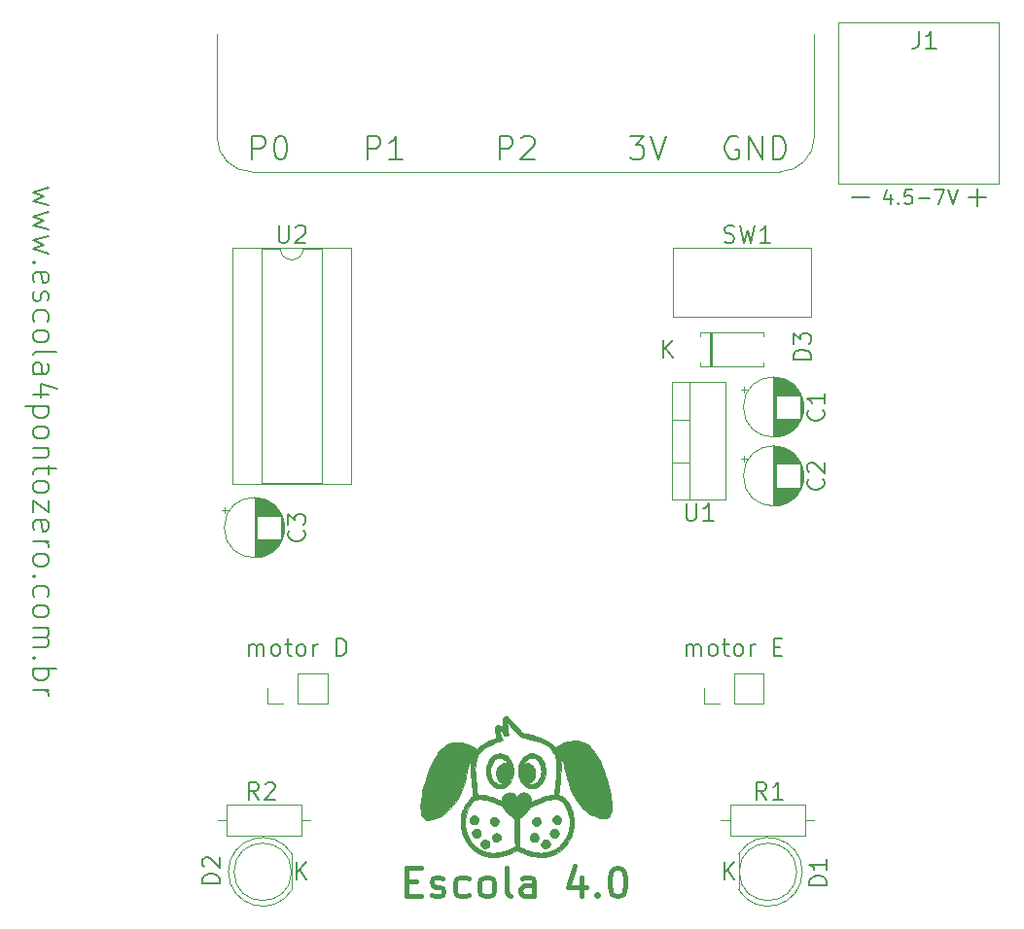
<source format=gbr>
%TF.GenerationSoftware,KiCad,Pcbnew,(5.1.9)-1*%
%TF.CreationDate,2021-03-30T00:22:34-03:00*%
%TF.ProjectId,bitmovel,6269746d-6f76-4656-9c2e-6b696361645f,rev?*%
%TF.SameCoordinates,Original*%
%TF.FileFunction,Legend,Top*%
%TF.FilePolarity,Positive*%
%FSLAX46Y46*%
G04 Gerber Fmt 4.6, Leading zero omitted, Abs format (unit mm)*
G04 Created by KiCad (PCBNEW (5.1.9)-1) date 2021-03-30 00:22:34*
%MOMM*%
%LPD*%
G01*
G04 APERTURE LIST*
%ADD10C,0.200000*%
%ADD11C,0.400000*%
%ADD12C,0.150000*%
%ADD13C,0.120000*%
%ADD14C,0.010000*%
G04 APERTURE END LIST*
D10*
X109328571Y-58404761D02*
X107995238Y-58785714D01*
X108947619Y-59166666D01*
X107995238Y-59547619D01*
X109328571Y-59928571D01*
X109328571Y-60500000D02*
X107995238Y-60880952D01*
X108947619Y-61261904D01*
X107995238Y-61642857D01*
X109328571Y-62023809D01*
X109328571Y-62595238D02*
X107995238Y-62976190D01*
X108947619Y-63357142D01*
X107995238Y-63738095D01*
X109328571Y-64119047D01*
X108185714Y-64880952D02*
X108090476Y-64976190D01*
X107995238Y-64880952D01*
X108090476Y-64785714D01*
X108185714Y-64880952D01*
X107995238Y-64880952D01*
X108090476Y-66595238D02*
X107995238Y-66404761D01*
X107995238Y-66023809D01*
X108090476Y-65833333D01*
X108280952Y-65738095D01*
X109042857Y-65738095D01*
X109233333Y-65833333D01*
X109328571Y-66023809D01*
X109328571Y-66404761D01*
X109233333Y-66595238D01*
X109042857Y-66690476D01*
X108852380Y-66690476D01*
X108661904Y-65738095D01*
X108090476Y-67452380D02*
X107995238Y-67642857D01*
X107995238Y-68023809D01*
X108090476Y-68214285D01*
X108280952Y-68309523D01*
X108376190Y-68309523D01*
X108566666Y-68214285D01*
X108661904Y-68023809D01*
X108661904Y-67738095D01*
X108757142Y-67547619D01*
X108947619Y-67452380D01*
X109042857Y-67452380D01*
X109233333Y-67547619D01*
X109328571Y-67738095D01*
X109328571Y-68023809D01*
X109233333Y-68214285D01*
X108090476Y-70023809D02*
X107995238Y-69833333D01*
X107995238Y-69452380D01*
X108090476Y-69261904D01*
X108185714Y-69166666D01*
X108376190Y-69071428D01*
X108947619Y-69071428D01*
X109138095Y-69166666D01*
X109233333Y-69261904D01*
X109328571Y-69452380D01*
X109328571Y-69833333D01*
X109233333Y-70023809D01*
X107995238Y-71166666D02*
X108090476Y-70976190D01*
X108185714Y-70880952D01*
X108376190Y-70785714D01*
X108947619Y-70785714D01*
X109138095Y-70880952D01*
X109233333Y-70976190D01*
X109328571Y-71166666D01*
X109328571Y-71452380D01*
X109233333Y-71642857D01*
X109138095Y-71738095D01*
X108947619Y-71833333D01*
X108376190Y-71833333D01*
X108185714Y-71738095D01*
X108090476Y-71642857D01*
X107995238Y-71452380D01*
X107995238Y-71166666D01*
X107995238Y-72976190D02*
X108090476Y-72785714D01*
X108280952Y-72690476D01*
X109995238Y-72690476D01*
X107995238Y-74595238D02*
X109042857Y-74595238D01*
X109233333Y-74500000D01*
X109328571Y-74309523D01*
X109328571Y-73928571D01*
X109233333Y-73738095D01*
X108090476Y-74595238D02*
X107995238Y-74404761D01*
X107995238Y-73928571D01*
X108090476Y-73738095D01*
X108280952Y-73642857D01*
X108471428Y-73642857D01*
X108661904Y-73738095D01*
X108757142Y-73928571D01*
X108757142Y-74404761D01*
X108852380Y-74595238D01*
X109328571Y-76404761D02*
X107995238Y-76404761D01*
X110090476Y-75928571D02*
X108661904Y-75452380D01*
X108661904Y-76690476D01*
X109328571Y-77452380D02*
X107328571Y-77452380D01*
X109233333Y-77452380D02*
X109328571Y-77642857D01*
X109328571Y-78023809D01*
X109233333Y-78214285D01*
X109138095Y-78309523D01*
X108947619Y-78404761D01*
X108376190Y-78404761D01*
X108185714Y-78309523D01*
X108090476Y-78214285D01*
X107995238Y-78023809D01*
X107995238Y-77642857D01*
X108090476Y-77452380D01*
X107995238Y-79547619D02*
X108090476Y-79357142D01*
X108185714Y-79261904D01*
X108376190Y-79166666D01*
X108947619Y-79166666D01*
X109138095Y-79261904D01*
X109233333Y-79357142D01*
X109328571Y-79547619D01*
X109328571Y-79833333D01*
X109233333Y-80023809D01*
X109138095Y-80119047D01*
X108947619Y-80214285D01*
X108376190Y-80214285D01*
X108185714Y-80119047D01*
X108090476Y-80023809D01*
X107995238Y-79833333D01*
X107995238Y-79547619D01*
X109328571Y-81071428D02*
X107995238Y-81071428D01*
X109138095Y-81071428D02*
X109233333Y-81166666D01*
X109328571Y-81357142D01*
X109328571Y-81642857D01*
X109233333Y-81833333D01*
X109042857Y-81928571D01*
X107995238Y-81928571D01*
X109328571Y-82595238D02*
X109328571Y-83357142D01*
X109995238Y-82880952D02*
X108280952Y-82880952D01*
X108090476Y-82976190D01*
X107995238Y-83166666D01*
X107995238Y-83357142D01*
X107995238Y-84309523D02*
X108090476Y-84119047D01*
X108185714Y-84023809D01*
X108376190Y-83928571D01*
X108947619Y-83928571D01*
X109138095Y-84023809D01*
X109233333Y-84119047D01*
X109328571Y-84309523D01*
X109328571Y-84595238D01*
X109233333Y-84785714D01*
X109138095Y-84880952D01*
X108947619Y-84976190D01*
X108376190Y-84976190D01*
X108185714Y-84880952D01*
X108090476Y-84785714D01*
X107995238Y-84595238D01*
X107995238Y-84309523D01*
X109328571Y-85642857D02*
X109328571Y-86690476D01*
X107995238Y-85642857D01*
X107995238Y-86690476D01*
X108090476Y-88214285D02*
X107995238Y-88023809D01*
X107995238Y-87642857D01*
X108090476Y-87452380D01*
X108280952Y-87357142D01*
X109042857Y-87357142D01*
X109233333Y-87452380D01*
X109328571Y-87642857D01*
X109328571Y-88023809D01*
X109233333Y-88214285D01*
X109042857Y-88309523D01*
X108852380Y-88309523D01*
X108661904Y-87357142D01*
X107995238Y-89166666D02*
X109328571Y-89166666D01*
X108947619Y-89166666D02*
X109138095Y-89261904D01*
X109233333Y-89357142D01*
X109328571Y-89547619D01*
X109328571Y-89738095D01*
X107995238Y-90690476D02*
X108090476Y-90499999D01*
X108185714Y-90404761D01*
X108376190Y-90309523D01*
X108947619Y-90309523D01*
X109138095Y-90404761D01*
X109233333Y-90499999D01*
X109328571Y-90690476D01*
X109328571Y-90976190D01*
X109233333Y-91166666D01*
X109138095Y-91261904D01*
X108947619Y-91357142D01*
X108376190Y-91357142D01*
X108185714Y-91261904D01*
X108090476Y-91166666D01*
X107995238Y-90976190D01*
X107995238Y-90690476D01*
X108185714Y-92214285D02*
X108090476Y-92309523D01*
X107995238Y-92214285D01*
X108090476Y-92119047D01*
X108185714Y-92214285D01*
X107995238Y-92214285D01*
X108090476Y-94023809D02*
X107995238Y-93833333D01*
X107995238Y-93452380D01*
X108090476Y-93261904D01*
X108185714Y-93166666D01*
X108376190Y-93071428D01*
X108947619Y-93071428D01*
X109138095Y-93166666D01*
X109233333Y-93261904D01*
X109328571Y-93452380D01*
X109328571Y-93833333D01*
X109233333Y-94023809D01*
X107995238Y-95166666D02*
X108090476Y-94976190D01*
X108185714Y-94880952D01*
X108376190Y-94785714D01*
X108947619Y-94785714D01*
X109138095Y-94880952D01*
X109233333Y-94976190D01*
X109328571Y-95166666D01*
X109328571Y-95452380D01*
X109233333Y-95642857D01*
X109138095Y-95738095D01*
X108947619Y-95833333D01*
X108376190Y-95833333D01*
X108185714Y-95738095D01*
X108090476Y-95642857D01*
X107995238Y-95452380D01*
X107995238Y-95166666D01*
X107995238Y-96690476D02*
X109328571Y-96690476D01*
X109138095Y-96690476D02*
X109233333Y-96785714D01*
X109328571Y-96976190D01*
X109328571Y-97261904D01*
X109233333Y-97452380D01*
X109042857Y-97547619D01*
X107995238Y-97547619D01*
X109042857Y-97547619D02*
X109233333Y-97642857D01*
X109328571Y-97833333D01*
X109328571Y-98119047D01*
X109233333Y-98309523D01*
X109042857Y-98404761D01*
X107995238Y-98404761D01*
X108185714Y-99357142D02*
X108090476Y-99452380D01*
X107995238Y-99357142D01*
X108090476Y-99261904D01*
X108185714Y-99357142D01*
X107995238Y-99357142D01*
X107995238Y-100309523D02*
X109995238Y-100309523D01*
X109233333Y-100309523D02*
X109328571Y-100499999D01*
X109328571Y-100880952D01*
X109233333Y-101071428D01*
X109138095Y-101166666D01*
X108947619Y-101261904D01*
X108376190Y-101261904D01*
X108185714Y-101166666D01*
X108090476Y-101071428D01*
X107995238Y-100880952D01*
X107995238Y-100499999D01*
X108090476Y-100309523D01*
X107995238Y-102119047D02*
X109328571Y-102119047D01*
X108947619Y-102119047D02*
X109138095Y-102214285D01*
X109233333Y-102309523D01*
X109328571Y-102499999D01*
X109328571Y-102690476D01*
D11*
X140535714Y-118821428D02*
X141369047Y-118821428D01*
X141726190Y-120130952D02*
X140535714Y-120130952D01*
X140535714Y-117630952D01*
X141726190Y-117630952D01*
X142678571Y-120011904D02*
X142916666Y-120130952D01*
X143392857Y-120130952D01*
X143630952Y-120011904D01*
X143750000Y-119773809D01*
X143750000Y-119654761D01*
X143630952Y-119416666D01*
X143392857Y-119297619D01*
X143035714Y-119297619D01*
X142797619Y-119178571D01*
X142678571Y-118940476D01*
X142678571Y-118821428D01*
X142797619Y-118583333D01*
X143035714Y-118464285D01*
X143392857Y-118464285D01*
X143630952Y-118583333D01*
X145892857Y-120011904D02*
X145654761Y-120130952D01*
X145178571Y-120130952D01*
X144940476Y-120011904D01*
X144821428Y-119892857D01*
X144702380Y-119654761D01*
X144702380Y-118940476D01*
X144821428Y-118702380D01*
X144940476Y-118583333D01*
X145178571Y-118464285D01*
X145654761Y-118464285D01*
X145892857Y-118583333D01*
X147321428Y-120130952D02*
X147083333Y-120011904D01*
X146964285Y-119892857D01*
X146845238Y-119654761D01*
X146845238Y-118940476D01*
X146964285Y-118702380D01*
X147083333Y-118583333D01*
X147321428Y-118464285D01*
X147678571Y-118464285D01*
X147916666Y-118583333D01*
X148035714Y-118702380D01*
X148154761Y-118940476D01*
X148154761Y-119654761D01*
X148035714Y-119892857D01*
X147916666Y-120011904D01*
X147678571Y-120130952D01*
X147321428Y-120130952D01*
X149583333Y-120130952D02*
X149345238Y-120011904D01*
X149226190Y-119773809D01*
X149226190Y-117630952D01*
X151607142Y-120130952D02*
X151607142Y-118821428D01*
X151488095Y-118583333D01*
X151250000Y-118464285D01*
X150773809Y-118464285D01*
X150535714Y-118583333D01*
X151607142Y-120011904D02*
X151369047Y-120130952D01*
X150773809Y-120130952D01*
X150535714Y-120011904D01*
X150416666Y-119773809D01*
X150416666Y-119535714D01*
X150535714Y-119297619D01*
X150773809Y-119178571D01*
X151369047Y-119178571D01*
X151607142Y-119059523D01*
X155773809Y-118464285D02*
X155773809Y-120130952D01*
X155178571Y-117511904D02*
X154583333Y-119297619D01*
X156130952Y-119297619D01*
X157083333Y-119892857D02*
X157202380Y-120011904D01*
X157083333Y-120130952D01*
X156964285Y-120011904D01*
X157083333Y-119892857D01*
X157083333Y-120130952D01*
X158750000Y-117630952D02*
X158988095Y-117630952D01*
X159226190Y-117750000D01*
X159345238Y-117869047D01*
X159464285Y-118107142D01*
X159583333Y-118583333D01*
X159583333Y-119178571D01*
X159464285Y-119654761D01*
X159345238Y-119892857D01*
X159226190Y-120011904D01*
X158988095Y-120130952D01*
X158750000Y-120130952D01*
X158511904Y-120011904D01*
X158392857Y-119892857D01*
X158273809Y-119654761D01*
X158154761Y-119178571D01*
X158154761Y-118583333D01*
X158273809Y-118107142D01*
X158392857Y-117869047D01*
X158511904Y-117750000D01*
X158750000Y-117630952D01*
D12*
X127073690Y-55904761D02*
X127073690Y-53904761D01*
X127835595Y-53904761D01*
X128026071Y-54000000D01*
X128121309Y-54095238D01*
X128216547Y-54285714D01*
X128216547Y-54571428D01*
X128121309Y-54761904D01*
X128026071Y-54857142D01*
X127835595Y-54952380D01*
X127073690Y-54952380D01*
X129454642Y-53904761D02*
X129645119Y-53904761D01*
X129835595Y-54000000D01*
X129930833Y-54095238D01*
X130026071Y-54285714D01*
X130121309Y-54666666D01*
X130121309Y-55142857D01*
X130026071Y-55523809D01*
X129930833Y-55714285D01*
X129835595Y-55809523D01*
X129645119Y-55904761D01*
X129454642Y-55904761D01*
X129264166Y-55809523D01*
X129168928Y-55714285D01*
X129073690Y-55523809D01*
X128978452Y-55142857D01*
X128978452Y-54666666D01*
X129073690Y-54285714D01*
X129168928Y-54095238D01*
X129264166Y-54000000D01*
X129454642Y-53904761D01*
X137073690Y-55904761D02*
X137073690Y-53904761D01*
X137835595Y-53904761D01*
X138026071Y-54000000D01*
X138121309Y-54095238D01*
X138216547Y-54285714D01*
X138216547Y-54571428D01*
X138121309Y-54761904D01*
X138026071Y-54857142D01*
X137835595Y-54952380D01*
X137073690Y-54952380D01*
X140121309Y-55904761D02*
X138978452Y-55904761D01*
X139549880Y-55904761D02*
X139549880Y-53904761D01*
X139359404Y-54190476D01*
X139168928Y-54380952D01*
X138978452Y-54476190D01*
X148597500Y-55904761D02*
X148597500Y-53904761D01*
X149359404Y-53904761D01*
X149549880Y-54000000D01*
X149645119Y-54095238D01*
X149740357Y-54285714D01*
X149740357Y-54571428D01*
X149645119Y-54761904D01*
X149549880Y-54857142D01*
X149359404Y-54952380D01*
X148597500Y-54952380D01*
X150502261Y-54095238D02*
X150597500Y-54000000D01*
X150787976Y-53904761D01*
X151264166Y-53904761D01*
X151454642Y-54000000D01*
X151549880Y-54095238D01*
X151645119Y-54285714D01*
X151645119Y-54476190D01*
X151549880Y-54761904D01*
X150407023Y-55904761D01*
X151645119Y-55904761D01*
X159930833Y-53904761D02*
X161168928Y-53904761D01*
X160502261Y-54666666D01*
X160787976Y-54666666D01*
X160978452Y-54761904D01*
X161073690Y-54857142D01*
X161168928Y-55047619D01*
X161168928Y-55523809D01*
X161073690Y-55714285D01*
X160978452Y-55809523D01*
X160787976Y-55904761D01*
X160216547Y-55904761D01*
X160026071Y-55809523D01*
X159930833Y-55714285D01*
X161740357Y-53904761D02*
X162407023Y-55904761D01*
X163073690Y-53904761D01*
X169359404Y-54000000D02*
X169168928Y-53904761D01*
X168883214Y-53904761D01*
X168597500Y-54000000D01*
X168407023Y-54190476D01*
X168311785Y-54380952D01*
X168216547Y-54761904D01*
X168216547Y-55047619D01*
X168311785Y-55428571D01*
X168407023Y-55619047D01*
X168597500Y-55809523D01*
X168883214Y-55904761D01*
X169073690Y-55904761D01*
X169359404Y-55809523D01*
X169454642Y-55714285D01*
X169454642Y-55047619D01*
X169073690Y-55047619D01*
X170311785Y-55904761D02*
X170311785Y-53904761D01*
X171454642Y-55904761D01*
X171454642Y-53904761D01*
X172407023Y-55904761D02*
X172407023Y-53904761D01*
X172883214Y-53904761D01*
X173168928Y-54000000D01*
X173359404Y-54190476D01*
X173454642Y-54380952D01*
X173549880Y-54761904D01*
X173549880Y-55047619D01*
X173454642Y-55428571D01*
X173359404Y-55619047D01*
X173168928Y-55809523D01*
X172883214Y-55904761D01*
X172407023Y-55904761D01*
D13*
%TO.C,U2*%
X131510000Y-63670000D02*
G75*
G02*
X129510000Y-63670000I-1000000J0D01*
G01*
X135650000Y-63610000D02*
X125370000Y-63610000D01*
X135650000Y-84170000D02*
X135650000Y-63610000D01*
X125370000Y-84170000D02*
X135650000Y-84170000D01*
X125370000Y-63610000D02*
X125370000Y-84170000D01*
X133160000Y-63670000D02*
X131510000Y-63670000D01*
X133160000Y-84110000D02*
X133160000Y-63670000D01*
X127860000Y-84110000D02*
X133160000Y-84110000D01*
X127860000Y-63670000D02*
X127860000Y-84110000D01*
X129510000Y-63670000D02*
X127860000Y-63670000D01*
%TO.C,U1*%
X163630000Y-78609000D02*
X165140000Y-78609000D01*
X163630000Y-82310000D02*
X165140000Y-82310000D01*
X165140000Y-85580000D02*
X165140000Y-75340000D01*
X163630000Y-75340000D02*
X168271000Y-75340000D01*
X163630000Y-85580000D02*
X168271000Y-85580000D01*
X168271000Y-85580000D02*
X168271000Y-75340000D01*
X163630000Y-85580000D02*
X163630000Y-75340000D01*
%TO.C,SW1*%
X175700000Y-63600000D02*
X175700000Y-69600000D01*
X163700000Y-63600000D02*
X175700000Y-63600000D01*
X163700000Y-69600000D02*
X163700000Y-63600000D01*
X175700000Y-69600000D02*
X163700000Y-69600000D01*
%TO.C,R2*%
X132120000Y-113500000D02*
X131350000Y-113500000D01*
X124040000Y-113500000D02*
X124810000Y-113500000D01*
X131350000Y-112130000D02*
X124810000Y-112130000D01*
X131350000Y-114870000D02*
X131350000Y-112130000D01*
X124810000Y-114870000D02*
X131350000Y-114870000D01*
X124810000Y-112130000D02*
X124810000Y-114870000D01*
%TO.C,R1*%
X167880000Y-113500000D02*
X168650000Y-113500000D01*
X175960000Y-113500000D02*
X175190000Y-113500000D01*
X168650000Y-114870000D02*
X175190000Y-114870000D01*
X168650000Y-112130000D02*
X168650000Y-114870000D01*
X175190000Y-112130000D02*
X168650000Y-112130000D01*
X175190000Y-114870000D02*
X175190000Y-112130000D01*
%TO.C,J2*%
X176000000Y-54000000D02*
G75*
G02*
X173000000Y-57000000I-3000000J0D01*
G01*
X127000000Y-57000000D02*
G75*
G02*
X124000000Y-54000000I0J3000000D01*
G01*
X127000000Y-57000000D02*
X173000000Y-57000000D01*
X176000000Y-54000000D02*
X176000000Y-45000000D01*
X124000000Y-54000000D02*
X124000000Y-45000000D01*
%TO.C,J1*%
X192080000Y-58000000D02*
X192080000Y-44000000D01*
X178080000Y-44000000D02*
X178080000Y-58000000D01*
X192080000Y-44000000D02*
X178080000Y-44000000D01*
X178080000Y-58000000D02*
X192080000Y-58000000D01*
%TO.C,D3*%
X166870000Y-71030000D02*
X166870000Y-73970000D01*
X167110000Y-71030000D02*
X167110000Y-73970000D01*
X166990000Y-71030000D02*
X166990000Y-73970000D01*
X171530000Y-73970000D02*
X171530000Y-73640000D01*
X166090000Y-73970000D02*
X171530000Y-73970000D01*
X166090000Y-73640000D02*
X166090000Y-73970000D01*
X171530000Y-71030000D02*
X171530000Y-71360000D01*
X166090000Y-71030000D02*
X171530000Y-71030000D01*
X166090000Y-71360000D02*
X166090000Y-71030000D01*
%TO.C,D2*%
X124990000Y-118000462D02*
G75*
G02*
X130540000Y-116455170I2990000J462D01*
G01*
X124990000Y-117999538D02*
G75*
G03*
X130540000Y-119544830I2990000J-462D01*
G01*
X130540000Y-119545000D02*
X130540000Y-116455000D01*
X130480000Y-118000000D02*
G75*
G03*
X130480000Y-118000000I-2500000J0D01*
G01*
%TO.C,D1*%
X174960000Y-117999538D02*
G75*
G02*
X169410000Y-119544830I-2990000J-462D01*
G01*
X174960000Y-118000462D02*
G75*
G03*
X169410000Y-116455170I-2990000J462D01*
G01*
X169410000Y-116455000D02*
X169410000Y-119545000D01*
X174470000Y-118000000D02*
G75*
G03*
X174470000Y-118000000I-2500000J0D01*
G01*
%TO.C,C3*%
X129870000Y-88000000D02*
G75*
G03*
X129870000Y-88000000I-2620000J0D01*
G01*
X127250000Y-85420000D02*
X127250000Y-90580000D01*
X127290000Y-85420000D02*
X127290000Y-90580000D01*
X127330000Y-85421000D02*
X127330000Y-90579000D01*
X127370000Y-85422000D02*
X127370000Y-90578000D01*
X127410000Y-85424000D02*
X127410000Y-90576000D01*
X127450000Y-85427000D02*
X127450000Y-90573000D01*
X127490000Y-85431000D02*
X127490000Y-86960000D01*
X127490000Y-89040000D02*
X127490000Y-90569000D01*
X127530000Y-85435000D02*
X127530000Y-86960000D01*
X127530000Y-89040000D02*
X127530000Y-90565000D01*
X127570000Y-85439000D02*
X127570000Y-86960000D01*
X127570000Y-89040000D02*
X127570000Y-90561000D01*
X127610000Y-85444000D02*
X127610000Y-86960000D01*
X127610000Y-89040000D02*
X127610000Y-90556000D01*
X127650000Y-85450000D02*
X127650000Y-86960000D01*
X127650000Y-89040000D02*
X127650000Y-90550000D01*
X127690000Y-85457000D02*
X127690000Y-86960000D01*
X127690000Y-89040000D02*
X127690000Y-90543000D01*
X127730000Y-85464000D02*
X127730000Y-86960000D01*
X127730000Y-89040000D02*
X127730000Y-90536000D01*
X127770000Y-85472000D02*
X127770000Y-86960000D01*
X127770000Y-89040000D02*
X127770000Y-90528000D01*
X127810000Y-85480000D02*
X127810000Y-86960000D01*
X127810000Y-89040000D02*
X127810000Y-90520000D01*
X127850000Y-85489000D02*
X127850000Y-86960000D01*
X127850000Y-89040000D02*
X127850000Y-90511000D01*
X127890000Y-85499000D02*
X127890000Y-86960000D01*
X127890000Y-89040000D02*
X127890000Y-90501000D01*
X127930000Y-85509000D02*
X127930000Y-86960000D01*
X127930000Y-89040000D02*
X127930000Y-90491000D01*
X127971000Y-85520000D02*
X127971000Y-86960000D01*
X127971000Y-89040000D02*
X127971000Y-90480000D01*
X128011000Y-85532000D02*
X128011000Y-86960000D01*
X128011000Y-89040000D02*
X128011000Y-90468000D01*
X128051000Y-85545000D02*
X128051000Y-86960000D01*
X128051000Y-89040000D02*
X128051000Y-90455000D01*
X128091000Y-85558000D02*
X128091000Y-86960000D01*
X128091000Y-89040000D02*
X128091000Y-90442000D01*
X128131000Y-85572000D02*
X128131000Y-86960000D01*
X128131000Y-89040000D02*
X128131000Y-90428000D01*
X128171000Y-85586000D02*
X128171000Y-86960000D01*
X128171000Y-89040000D02*
X128171000Y-90414000D01*
X128211000Y-85602000D02*
X128211000Y-86960000D01*
X128211000Y-89040000D02*
X128211000Y-90398000D01*
X128251000Y-85618000D02*
X128251000Y-86960000D01*
X128251000Y-89040000D02*
X128251000Y-90382000D01*
X128291000Y-85635000D02*
X128291000Y-86960000D01*
X128291000Y-89040000D02*
X128291000Y-90365000D01*
X128331000Y-85652000D02*
X128331000Y-86960000D01*
X128331000Y-89040000D02*
X128331000Y-90348000D01*
X128371000Y-85671000D02*
X128371000Y-86960000D01*
X128371000Y-89040000D02*
X128371000Y-90329000D01*
X128411000Y-85690000D02*
X128411000Y-86960000D01*
X128411000Y-89040000D02*
X128411000Y-90310000D01*
X128451000Y-85710000D02*
X128451000Y-86960000D01*
X128451000Y-89040000D02*
X128451000Y-90290000D01*
X128491000Y-85732000D02*
X128491000Y-86960000D01*
X128491000Y-89040000D02*
X128491000Y-90268000D01*
X128531000Y-85753000D02*
X128531000Y-86960000D01*
X128531000Y-89040000D02*
X128531000Y-90247000D01*
X128571000Y-85776000D02*
X128571000Y-86960000D01*
X128571000Y-89040000D02*
X128571000Y-90224000D01*
X128611000Y-85800000D02*
X128611000Y-86960000D01*
X128611000Y-89040000D02*
X128611000Y-90200000D01*
X128651000Y-85825000D02*
X128651000Y-86960000D01*
X128651000Y-89040000D02*
X128651000Y-90175000D01*
X128691000Y-85851000D02*
X128691000Y-86960000D01*
X128691000Y-89040000D02*
X128691000Y-90149000D01*
X128731000Y-85878000D02*
X128731000Y-86960000D01*
X128731000Y-89040000D02*
X128731000Y-90122000D01*
X128771000Y-85905000D02*
X128771000Y-86960000D01*
X128771000Y-89040000D02*
X128771000Y-90095000D01*
X128811000Y-85935000D02*
X128811000Y-86960000D01*
X128811000Y-89040000D02*
X128811000Y-90065000D01*
X128851000Y-85965000D02*
X128851000Y-86960000D01*
X128851000Y-89040000D02*
X128851000Y-90035000D01*
X128891000Y-85996000D02*
X128891000Y-86960000D01*
X128891000Y-89040000D02*
X128891000Y-90004000D01*
X128931000Y-86029000D02*
X128931000Y-86960000D01*
X128931000Y-89040000D02*
X128931000Y-89971000D01*
X128971000Y-86063000D02*
X128971000Y-86960000D01*
X128971000Y-89040000D02*
X128971000Y-89937000D01*
X129011000Y-86099000D02*
X129011000Y-86960000D01*
X129011000Y-89040000D02*
X129011000Y-89901000D01*
X129051000Y-86136000D02*
X129051000Y-86960000D01*
X129051000Y-89040000D02*
X129051000Y-89864000D01*
X129091000Y-86174000D02*
X129091000Y-86960000D01*
X129091000Y-89040000D02*
X129091000Y-89826000D01*
X129131000Y-86215000D02*
X129131000Y-86960000D01*
X129131000Y-89040000D02*
X129131000Y-89785000D01*
X129171000Y-86257000D02*
X129171000Y-86960000D01*
X129171000Y-89040000D02*
X129171000Y-89743000D01*
X129211000Y-86301000D02*
X129211000Y-86960000D01*
X129211000Y-89040000D02*
X129211000Y-89699000D01*
X129251000Y-86347000D02*
X129251000Y-86960000D01*
X129251000Y-89040000D02*
X129251000Y-89653000D01*
X129291000Y-86395000D02*
X129291000Y-86960000D01*
X129291000Y-89040000D02*
X129291000Y-89605000D01*
X129331000Y-86446000D02*
X129331000Y-86960000D01*
X129331000Y-89040000D02*
X129331000Y-89554000D01*
X129371000Y-86500000D02*
X129371000Y-86960000D01*
X129371000Y-89040000D02*
X129371000Y-89500000D01*
X129411000Y-86557000D02*
X129411000Y-86960000D01*
X129411000Y-89040000D02*
X129411000Y-89443000D01*
X129451000Y-86617000D02*
X129451000Y-86960000D01*
X129451000Y-89040000D02*
X129451000Y-89383000D01*
X129491000Y-86681000D02*
X129491000Y-86960000D01*
X129491000Y-89040000D02*
X129491000Y-89319000D01*
X129531000Y-86749000D02*
X129531000Y-86960000D01*
X129531000Y-89040000D02*
X129531000Y-89251000D01*
X129571000Y-86822000D02*
X129571000Y-89178000D01*
X129611000Y-86902000D02*
X129611000Y-89098000D01*
X129651000Y-86989000D02*
X129651000Y-89011000D01*
X129691000Y-87085000D02*
X129691000Y-88915000D01*
X129731000Y-87195000D02*
X129731000Y-88805000D01*
X129771000Y-87323000D02*
X129771000Y-88677000D01*
X129811000Y-87482000D02*
X129811000Y-88518000D01*
X129851000Y-87716000D02*
X129851000Y-88284000D01*
X124445225Y-86525000D02*
X124945225Y-86525000D01*
X124695225Y-86275000D02*
X124695225Y-86775000D01*
%TO.C,C2*%
X175070000Y-83500000D02*
G75*
G03*
X175070000Y-83500000I-2620000J0D01*
G01*
X172450000Y-80920000D02*
X172450000Y-86080000D01*
X172490000Y-80920000D02*
X172490000Y-86080000D01*
X172530000Y-80921000D02*
X172530000Y-86079000D01*
X172570000Y-80922000D02*
X172570000Y-86078000D01*
X172610000Y-80924000D02*
X172610000Y-86076000D01*
X172650000Y-80927000D02*
X172650000Y-86073000D01*
X172690000Y-80931000D02*
X172690000Y-82460000D01*
X172690000Y-84540000D02*
X172690000Y-86069000D01*
X172730000Y-80935000D02*
X172730000Y-82460000D01*
X172730000Y-84540000D02*
X172730000Y-86065000D01*
X172770000Y-80939000D02*
X172770000Y-82460000D01*
X172770000Y-84540000D02*
X172770000Y-86061000D01*
X172810000Y-80944000D02*
X172810000Y-82460000D01*
X172810000Y-84540000D02*
X172810000Y-86056000D01*
X172850000Y-80950000D02*
X172850000Y-82460000D01*
X172850000Y-84540000D02*
X172850000Y-86050000D01*
X172890000Y-80957000D02*
X172890000Y-82460000D01*
X172890000Y-84540000D02*
X172890000Y-86043000D01*
X172930000Y-80964000D02*
X172930000Y-82460000D01*
X172930000Y-84540000D02*
X172930000Y-86036000D01*
X172970000Y-80972000D02*
X172970000Y-82460000D01*
X172970000Y-84540000D02*
X172970000Y-86028000D01*
X173010000Y-80980000D02*
X173010000Y-82460000D01*
X173010000Y-84540000D02*
X173010000Y-86020000D01*
X173050000Y-80989000D02*
X173050000Y-82460000D01*
X173050000Y-84540000D02*
X173050000Y-86011000D01*
X173090000Y-80999000D02*
X173090000Y-82460000D01*
X173090000Y-84540000D02*
X173090000Y-86001000D01*
X173130000Y-81009000D02*
X173130000Y-82460000D01*
X173130000Y-84540000D02*
X173130000Y-85991000D01*
X173171000Y-81020000D02*
X173171000Y-82460000D01*
X173171000Y-84540000D02*
X173171000Y-85980000D01*
X173211000Y-81032000D02*
X173211000Y-82460000D01*
X173211000Y-84540000D02*
X173211000Y-85968000D01*
X173251000Y-81045000D02*
X173251000Y-82460000D01*
X173251000Y-84540000D02*
X173251000Y-85955000D01*
X173291000Y-81058000D02*
X173291000Y-82460000D01*
X173291000Y-84540000D02*
X173291000Y-85942000D01*
X173331000Y-81072000D02*
X173331000Y-82460000D01*
X173331000Y-84540000D02*
X173331000Y-85928000D01*
X173371000Y-81086000D02*
X173371000Y-82460000D01*
X173371000Y-84540000D02*
X173371000Y-85914000D01*
X173411000Y-81102000D02*
X173411000Y-82460000D01*
X173411000Y-84540000D02*
X173411000Y-85898000D01*
X173451000Y-81118000D02*
X173451000Y-82460000D01*
X173451000Y-84540000D02*
X173451000Y-85882000D01*
X173491000Y-81135000D02*
X173491000Y-82460000D01*
X173491000Y-84540000D02*
X173491000Y-85865000D01*
X173531000Y-81152000D02*
X173531000Y-82460000D01*
X173531000Y-84540000D02*
X173531000Y-85848000D01*
X173571000Y-81171000D02*
X173571000Y-82460000D01*
X173571000Y-84540000D02*
X173571000Y-85829000D01*
X173611000Y-81190000D02*
X173611000Y-82460000D01*
X173611000Y-84540000D02*
X173611000Y-85810000D01*
X173651000Y-81210000D02*
X173651000Y-82460000D01*
X173651000Y-84540000D02*
X173651000Y-85790000D01*
X173691000Y-81232000D02*
X173691000Y-82460000D01*
X173691000Y-84540000D02*
X173691000Y-85768000D01*
X173731000Y-81253000D02*
X173731000Y-82460000D01*
X173731000Y-84540000D02*
X173731000Y-85747000D01*
X173771000Y-81276000D02*
X173771000Y-82460000D01*
X173771000Y-84540000D02*
X173771000Y-85724000D01*
X173811000Y-81300000D02*
X173811000Y-82460000D01*
X173811000Y-84540000D02*
X173811000Y-85700000D01*
X173851000Y-81325000D02*
X173851000Y-82460000D01*
X173851000Y-84540000D02*
X173851000Y-85675000D01*
X173891000Y-81351000D02*
X173891000Y-82460000D01*
X173891000Y-84540000D02*
X173891000Y-85649000D01*
X173931000Y-81378000D02*
X173931000Y-82460000D01*
X173931000Y-84540000D02*
X173931000Y-85622000D01*
X173971000Y-81405000D02*
X173971000Y-82460000D01*
X173971000Y-84540000D02*
X173971000Y-85595000D01*
X174011000Y-81435000D02*
X174011000Y-82460000D01*
X174011000Y-84540000D02*
X174011000Y-85565000D01*
X174051000Y-81465000D02*
X174051000Y-82460000D01*
X174051000Y-84540000D02*
X174051000Y-85535000D01*
X174091000Y-81496000D02*
X174091000Y-82460000D01*
X174091000Y-84540000D02*
X174091000Y-85504000D01*
X174131000Y-81529000D02*
X174131000Y-82460000D01*
X174131000Y-84540000D02*
X174131000Y-85471000D01*
X174171000Y-81563000D02*
X174171000Y-82460000D01*
X174171000Y-84540000D02*
X174171000Y-85437000D01*
X174211000Y-81599000D02*
X174211000Y-82460000D01*
X174211000Y-84540000D02*
X174211000Y-85401000D01*
X174251000Y-81636000D02*
X174251000Y-82460000D01*
X174251000Y-84540000D02*
X174251000Y-85364000D01*
X174291000Y-81674000D02*
X174291000Y-82460000D01*
X174291000Y-84540000D02*
X174291000Y-85326000D01*
X174331000Y-81715000D02*
X174331000Y-82460000D01*
X174331000Y-84540000D02*
X174331000Y-85285000D01*
X174371000Y-81757000D02*
X174371000Y-82460000D01*
X174371000Y-84540000D02*
X174371000Y-85243000D01*
X174411000Y-81801000D02*
X174411000Y-82460000D01*
X174411000Y-84540000D02*
X174411000Y-85199000D01*
X174451000Y-81847000D02*
X174451000Y-82460000D01*
X174451000Y-84540000D02*
X174451000Y-85153000D01*
X174491000Y-81895000D02*
X174491000Y-82460000D01*
X174491000Y-84540000D02*
X174491000Y-85105000D01*
X174531000Y-81946000D02*
X174531000Y-82460000D01*
X174531000Y-84540000D02*
X174531000Y-85054000D01*
X174571000Y-82000000D02*
X174571000Y-82460000D01*
X174571000Y-84540000D02*
X174571000Y-85000000D01*
X174611000Y-82057000D02*
X174611000Y-82460000D01*
X174611000Y-84540000D02*
X174611000Y-84943000D01*
X174651000Y-82117000D02*
X174651000Y-82460000D01*
X174651000Y-84540000D02*
X174651000Y-84883000D01*
X174691000Y-82181000D02*
X174691000Y-82460000D01*
X174691000Y-84540000D02*
X174691000Y-84819000D01*
X174731000Y-82249000D02*
X174731000Y-82460000D01*
X174731000Y-84540000D02*
X174731000Y-84751000D01*
X174771000Y-82322000D02*
X174771000Y-84678000D01*
X174811000Y-82402000D02*
X174811000Y-84598000D01*
X174851000Y-82489000D02*
X174851000Y-84511000D01*
X174891000Y-82585000D02*
X174891000Y-84415000D01*
X174931000Y-82695000D02*
X174931000Y-84305000D01*
X174971000Y-82823000D02*
X174971000Y-84177000D01*
X175011000Y-82982000D02*
X175011000Y-84018000D01*
X175051000Y-83216000D02*
X175051000Y-83784000D01*
X169645225Y-82025000D02*
X170145225Y-82025000D01*
X169895225Y-81775000D02*
X169895225Y-82275000D01*
%TO.C,C1*%
X175070000Y-77500000D02*
G75*
G03*
X175070000Y-77500000I-2620000J0D01*
G01*
X172450000Y-74920000D02*
X172450000Y-80080000D01*
X172490000Y-74920000D02*
X172490000Y-80080000D01*
X172530000Y-74921000D02*
X172530000Y-80079000D01*
X172570000Y-74922000D02*
X172570000Y-80078000D01*
X172610000Y-74924000D02*
X172610000Y-80076000D01*
X172650000Y-74927000D02*
X172650000Y-80073000D01*
X172690000Y-74931000D02*
X172690000Y-76460000D01*
X172690000Y-78540000D02*
X172690000Y-80069000D01*
X172730000Y-74935000D02*
X172730000Y-76460000D01*
X172730000Y-78540000D02*
X172730000Y-80065000D01*
X172770000Y-74939000D02*
X172770000Y-76460000D01*
X172770000Y-78540000D02*
X172770000Y-80061000D01*
X172810000Y-74944000D02*
X172810000Y-76460000D01*
X172810000Y-78540000D02*
X172810000Y-80056000D01*
X172850000Y-74950000D02*
X172850000Y-76460000D01*
X172850000Y-78540000D02*
X172850000Y-80050000D01*
X172890000Y-74957000D02*
X172890000Y-76460000D01*
X172890000Y-78540000D02*
X172890000Y-80043000D01*
X172930000Y-74964000D02*
X172930000Y-76460000D01*
X172930000Y-78540000D02*
X172930000Y-80036000D01*
X172970000Y-74972000D02*
X172970000Y-76460000D01*
X172970000Y-78540000D02*
X172970000Y-80028000D01*
X173010000Y-74980000D02*
X173010000Y-76460000D01*
X173010000Y-78540000D02*
X173010000Y-80020000D01*
X173050000Y-74989000D02*
X173050000Y-76460000D01*
X173050000Y-78540000D02*
X173050000Y-80011000D01*
X173090000Y-74999000D02*
X173090000Y-76460000D01*
X173090000Y-78540000D02*
X173090000Y-80001000D01*
X173130000Y-75009000D02*
X173130000Y-76460000D01*
X173130000Y-78540000D02*
X173130000Y-79991000D01*
X173171000Y-75020000D02*
X173171000Y-76460000D01*
X173171000Y-78540000D02*
X173171000Y-79980000D01*
X173211000Y-75032000D02*
X173211000Y-76460000D01*
X173211000Y-78540000D02*
X173211000Y-79968000D01*
X173251000Y-75045000D02*
X173251000Y-76460000D01*
X173251000Y-78540000D02*
X173251000Y-79955000D01*
X173291000Y-75058000D02*
X173291000Y-76460000D01*
X173291000Y-78540000D02*
X173291000Y-79942000D01*
X173331000Y-75072000D02*
X173331000Y-76460000D01*
X173331000Y-78540000D02*
X173331000Y-79928000D01*
X173371000Y-75086000D02*
X173371000Y-76460000D01*
X173371000Y-78540000D02*
X173371000Y-79914000D01*
X173411000Y-75102000D02*
X173411000Y-76460000D01*
X173411000Y-78540000D02*
X173411000Y-79898000D01*
X173451000Y-75118000D02*
X173451000Y-76460000D01*
X173451000Y-78540000D02*
X173451000Y-79882000D01*
X173491000Y-75135000D02*
X173491000Y-76460000D01*
X173491000Y-78540000D02*
X173491000Y-79865000D01*
X173531000Y-75152000D02*
X173531000Y-76460000D01*
X173531000Y-78540000D02*
X173531000Y-79848000D01*
X173571000Y-75171000D02*
X173571000Y-76460000D01*
X173571000Y-78540000D02*
X173571000Y-79829000D01*
X173611000Y-75190000D02*
X173611000Y-76460000D01*
X173611000Y-78540000D02*
X173611000Y-79810000D01*
X173651000Y-75210000D02*
X173651000Y-76460000D01*
X173651000Y-78540000D02*
X173651000Y-79790000D01*
X173691000Y-75232000D02*
X173691000Y-76460000D01*
X173691000Y-78540000D02*
X173691000Y-79768000D01*
X173731000Y-75253000D02*
X173731000Y-76460000D01*
X173731000Y-78540000D02*
X173731000Y-79747000D01*
X173771000Y-75276000D02*
X173771000Y-76460000D01*
X173771000Y-78540000D02*
X173771000Y-79724000D01*
X173811000Y-75300000D02*
X173811000Y-76460000D01*
X173811000Y-78540000D02*
X173811000Y-79700000D01*
X173851000Y-75325000D02*
X173851000Y-76460000D01*
X173851000Y-78540000D02*
X173851000Y-79675000D01*
X173891000Y-75351000D02*
X173891000Y-76460000D01*
X173891000Y-78540000D02*
X173891000Y-79649000D01*
X173931000Y-75378000D02*
X173931000Y-76460000D01*
X173931000Y-78540000D02*
X173931000Y-79622000D01*
X173971000Y-75405000D02*
X173971000Y-76460000D01*
X173971000Y-78540000D02*
X173971000Y-79595000D01*
X174011000Y-75435000D02*
X174011000Y-76460000D01*
X174011000Y-78540000D02*
X174011000Y-79565000D01*
X174051000Y-75465000D02*
X174051000Y-76460000D01*
X174051000Y-78540000D02*
X174051000Y-79535000D01*
X174091000Y-75496000D02*
X174091000Y-76460000D01*
X174091000Y-78540000D02*
X174091000Y-79504000D01*
X174131000Y-75529000D02*
X174131000Y-76460000D01*
X174131000Y-78540000D02*
X174131000Y-79471000D01*
X174171000Y-75563000D02*
X174171000Y-76460000D01*
X174171000Y-78540000D02*
X174171000Y-79437000D01*
X174211000Y-75599000D02*
X174211000Y-76460000D01*
X174211000Y-78540000D02*
X174211000Y-79401000D01*
X174251000Y-75636000D02*
X174251000Y-76460000D01*
X174251000Y-78540000D02*
X174251000Y-79364000D01*
X174291000Y-75674000D02*
X174291000Y-76460000D01*
X174291000Y-78540000D02*
X174291000Y-79326000D01*
X174331000Y-75715000D02*
X174331000Y-76460000D01*
X174331000Y-78540000D02*
X174331000Y-79285000D01*
X174371000Y-75757000D02*
X174371000Y-76460000D01*
X174371000Y-78540000D02*
X174371000Y-79243000D01*
X174411000Y-75801000D02*
X174411000Y-76460000D01*
X174411000Y-78540000D02*
X174411000Y-79199000D01*
X174451000Y-75847000D02*
X174451000Y-76460000D01*
X174451000Y-78540000D02*
X174451000Y-79153000D01*
X174491000Y-75895000D02*
X174491000Y-76460000D01*
X174491000Y-78540000D02*
X174491000Y-79105000D01*
X174531000Y-75946000D02*
X174531000Y-76460000D01*
X174531000Y-78540000D02*
X174531000Y-79054000D01*
X174571000Y-76000000D02*
X174571000Y-76460000D01*
X174571000Y-78540000D02*
X174571000Y-79000000D01*
X174611000Y-76057000D02*
X174611000Y-76460000D01*
X174611000Y-78540000D02*
X174611000Y-78943000D01*
X174651000Y-76117000D02*
X174651000Y-76460000D01*
X174651000Y-78540000D02*
X174651000Y-78883000D01*
X174691000Y-76181000D02*
X174691000Y-76460000D01*
X174691000Y-78540000D02*
X174691000Y-78819000D01*
X174731000Y-76249000D02*
X174731000Y-76460000D01*
X174731000Y-78540000D02*
X174731000Y-78751000D01*
X174771000Y-76322000D02*
X174771000Y-78678000D01*
X174811000Y-76402000D02*
X174811000Y-78598000D01*
X174851000Y-76489000D02*
X174851000Y-78511000D01*
X174891000Y-76585000D02*
X174891000Y-78415000D01*
X174931000Y-76695000D02*
X174931000Y-78305000D01*
X174971000Y-76823000D02*
X174971000Y-78177000D01*
X175011000Y-76982000D02*
X175011000Y-78018000D01*
X175051000Y-77216000D02*
X175051000Y-77784000D01*
X169645225Y-76025000D02*
X170145225Y-76025000D01*
X169895225Y-75775000D02*
X169895225Y-76275000D01*
%TO.C,REF\u002A\u002A*%
X166400000Y-103330000D02*
X166400000Y-102000000D01*
X167730000Y-103330000D02*
X166400000Y-103330000D01*
X169000000Y-103330000D02*
X169000000Y-100670000D01*
X169000000Y-100670000D02*
X171600000Y-100670000D01*
X169000000Y-103330000D02*
X171600000Y-103330000D01*
X171600000Y-103330000D02*
X171600000Y-100670000D01*
X128400000Y-103330000D02*
X128400000Y-102000000D01*
X129730000Y-103330000D02*
X128400000Y-103330000D01*
X131000000Y-103330000D02*
X131000000Y-100670000D01*
X131000000Y-100670000D02*
X133600000Y-100670000D01*
X131000000Y-103330000D02*
X133600000Y-103330000D01*
X133600000Y-103330000D02*
X133600000Y-100670000D01*
D14*
%TO.C,G\u002A\u002A\u002A*%
G36*
X149237837Y-104454536D02*
G01*
X149264353Y-104465968D01*
X149286043Y-104484140D01*
X149329816Y-104526423D01*
X149393178Y-104590228D01*
X149473639Y-104672968D01*
X149568707Y-104772054D01*
X149675890Y-104884899D01*
X149792695Y-105008915D01*
X149916632Y-105141513D01*
X149967656Y-105196388D01*
X150095519Y-105333487D01*
X150216112Y-105461592D01*
X150327085Y-105578288D01*
X150426093Y-105681159D01*
X150510788Y-105767793D01*
X150578823Y-105835774D01*
X150627850Y-105882688D01*
X150655523Y-105906120D01*
X150659735Y-105908328D01*
X150690787Y-105914914D01*
X150749896Y-105927417D01*
X150829616Y-105944263D01*
X150922502Y-105963879D01*
X150961572Y-105972126D01*
X151380578Y-106069691D01*
X151765781Y-106178356D01*
X152117058Y-106298065D01*
X152434283Y-106428762D01*
X152717331Y-106570389D01*
X152966078Y-106722892D01*
X153180400Y-106886213D01*
X153352925Y-107052340D01*
X153463234Y-107172723D01*
X153642096Y-107062808D01*
X153936696Y-106899123D01*
X154239164Y-106764507D01*
X154543602Y-106661386D01*
X154735720Y-106613258D01*
X154816401Y-106598679D01*
X154904327Y-106588929D01*
X155008131Y-106583406D01*
X155136450Y-106581505D01*
X155188857Y-106581585D01*
X155307680Y-106582793D01*
X155399440Y-106585777D01*
X155473354Y-106591484D01*
X155538636Y-106600861D01*
X155604500Y-106614857D01*
X155666254Y-106630670D01*
X155875460Y-106695919D01*
X156060867Y-106774918D01*
X156228244Y-106871726D01*
X156383362Y-106990403D01*
X156531993Y-107135008D01*
X156679908Y-107309602D01*
X156736082Y-107383249D01*
X156905863Y-107628331D01*
X157072061Y-107901041D01*
X157233461Y-108197558D01*
X157388849Y-108514061D01*
X157537008Y-108846729D01*
X157676725Y-109191739D01*
X157806783Y-109545270D01*
X157925969Y-109903502D01*
X158033065Y-110262611D01*
X158126858Y-110618777D01*
X158206133Y-110968179D01*
X158269673Y-111306994D01*
X158316265Y-111631402D01*
X158344692Y-111937580D01*
X158353740Y-112221708D01*
X158345223Y-112443846D01*
X158319898Y-112661278D01*
X158279426Y-112846744D01*
X158223222Y-113001513D01*
X158150700Y-113126857D01*
X158061274Y-113224045D01*
X157954357Y-113294347D01*
X157952339Y-113295340D01*
X157890097Y-113322452D01*
X157833310Y-113337120D01*
X157766079Y-113342479D01*
X157713187Y-113342518D01*
X157553032Y-113329877D01*
X157372533Y-113297944D01*
X157180380Y-113249192D01*
X156985261Y-113186093D01*
X156795867Y-113111118D01*
X156641369Y-113037560D01*
X156367576Y-112875066D01*
X156104393Y-112678983D01*
X155853503Y-112450891D01*
X155616585Y-112192370D01*
X155395322Y-111905000D01*
X155320723Y-111796143D01*
X155117369Y-111463298D01*
X154928732Y-111099759D01*
X154755849Y-110708441D01*
X154599757Y-110292258D01*
X154461493Y-109854127D01*
X154342093Y-109396960D01*
X154242594Y-108923673D01*
X154190820Y-108619983D01*
X154177307Y-108532300D01*
X154166096Y-108458124D01*
X154158239Y-108404520D01*
X154154788Y-108378553D01*
X154154715Y-108377426D01*
X154138129Y-108372287D01*
X154094587Y-108368600D01*
X154033411Y-108367144D01*
X154031631Y-108367143D01*
X153908547Y-108367143D01*
X153924116Y-108544036D01*
X153931999Y-108671633D01*
X153934760Y-108819244D01*
X153932278Y-108988738D01*
X153924432Y-109181988D01*
X153911101Y-109400863D01*
X153892165Y-109647234D01*
X153867503Y-109922973D01*
X153836994Y-110229948D01*
X153800517Y-110570032D01*
X153783431Y-110722804D01*
X153767946Y-110862649D01*
X153754362Y-110990920D01*
X153743101Y-111103176D01*
X153734586Y-111194974D01*
X153729237Y-111261874D01*
X153727476Y-111299434D01*
X153728091Y-111305855D01*
X153750242Y-111318180D01*
X153793739Y-111330383D01*
X153805264Y-111332646D01*
X153852981Y-111346232D01*
X153920819Y-111371716D01*
X153996629Y-111404405D01*
X154022814Y-111416687D01*
X154093833Y-111452814D01*
X154150022Y-111487927D01*
X154201173Y-111529835D01*
X154257075Y-111586345D01*
X154311351Y-111646806D01*
X154513026Y-111903135D01*
X154684190Y-112176966D01*
X154824512Y-112465660D01*
X154933660Y-112766576D01*
X155011306Y-113077073D01*
X155057117Y-113394511D01*
X155070764Y-113716249D01*
X155051916Y-114039647D01*
X155000241Y-114362064D01*
X154915411Y-114680859D01*
X154797093Y-114993393D01*
X154744616Y-115107215D01*
X154586612Y-115394240D01*
X154404029Y-115655410D01*
X154198595Y-115889860D01*
X153972039Y-116096726D01*
X153726090Y-116275143D01*
X153462477Y-116424245D01*
X153182929Y-116543169D01*
X152889175Y-116631049D01*
X152582944Y-116687021D01*
X152265965Y-116710219D01*
X151939966Y-116699780D01*
X151638825Y-116660653D01*
X151354010Y-116599124D01*
X151059116Y-116514379D01*
X150765880Y-116410531D01*
X150486038Y-116291693D01*
X150258076Y-116176830D01*
X150144224Y-116114324D01*
X149927564Y-116222933D01*
X149630130Y-116362470D01*
X149344380Y-116475974D01*
X149060614Y-116566730D01*
X148769133Y-116638022D01*
X148612072Y-116668353D01*
X148516792Y-116681251D01*
X148395914Y-116691680D01*
X148259124Y-116699363D01*
X148116108Y-116704025D01*
X147976551Y-116705389D01*
X147850140Y-116703179D01*
X147746562Y-116697118D01*
X147716462Y-116693906D01*
X147406918Y-116637376D01*
X147110689Y-116548079D01*
X146829485Y-116427628D01*
X146565013Y-116277636D01*
X146318984Y-116099715D01*
X146093105Y-115895478D01*
X145889085Y-115666538D01*
X145708633Y-115414508D01*
X145553458Y-115140999D01*
X145425268Y-114847625D01*
X145325773Y-114535998D01*
X145294796Y-114408423D01*
X145235887Y-114064795D01*
X145212300Y-113725864D01*
X145212733Y-113713320D01*
X145583302Y-113713320D01*
X145601466Y-114017574D01*
X145651612Y-114316784D01*
X145733059Y-114607945D01*
X145845130Y-114888053D01*
X145987144Y-115154105D01*
X146158423Y-115403097D01*
X146358288Y-115632024D01*
X146370464Y-115644343D01*
X146573854Y-115829628D01*
X146784103Y-115982139D01*
X147006837Y-116105363D01*
X147247679Y-116202791D01*
X147296715Y-116218917D01*
X147439792Y-116261147D01*
X147574348Y-116293167D01*
X147711687Y-116316950D01*
X147863115Y-116334470D01*
X148031500Y-116347183D01*
X148063372Y-116346616D01*
X148122689Y-116343388D01*
X148200752Y-116338039D01*
X148282210Y-116331660D01*
X148616521Y-116287134D01*
X148956406Y-116209157D01*
X149297264Y-116099112D01*
X149634497Y-115958378D01*
X149804965Y-115874529D01*
X149945572Y-115801671D01*
X149945806Y-115717514D01*
X149945163Y-115676758D01*
X149943210Y-115603917D01*
X149940103Y-115503164D01*
X149935997Y-115378671D01*
X149931050Y-115234609D01*
X149925418Y-115075152D01*
X149919256Y-114904470D01*
X149912721Y-114726736D01*
X149905970Y-114546121D01*
X149899158Y-114366798D01*
X149892442Y-114192939D01*
X149885977Y-114028715D01*
X149879922Y-113878299D01*
X149874430Y-113745862D01*
X149869660Y-113635576D01*
X149868126Y-113602497D01*
X150279784Y-113602497D01*
X150280224Y-113733476D01*
X150281512Y-113884219D01*
X150283599Y-114051425D01*
X150286434Y-114231794D01*
X150289968Y-114422023D01*
X150294153Y-114618813D01*
X150298937Y-114818861D01*
X150304273Y-115018868D01*
X150310111Y-115215531D01*
X150316400Y-115405551D01*
X150319802Y-115499806D01*
X150331037Y-115801682D01*
X150578268Y-115919866D01*
X150719085Y-115986136D01*
X150838092Y-116039321D01*
X150945482Y-116083441D01*
X151051448Y-116122516D01*
X151166184Y-116160564D01*
X151270000Y-116192621D01*
X151576979Y-116272189D01*
X151871512Y-116320840D01*
X152159384Y-116339031D01*
X152446383Y-116327220D01*
X152648857Y-116301506D01*
X152928727Y-116238805D01*
X153193768Y-116143842D01*
X153442569Y-116018070D01*
X153673720Y-115862941D01*
X153885807Y-115679908D01*
X154077420Y-115470423D01*
X154247146Y-115235939D01*
X154393574Y-114977909D01*
X154515291Y-114697785D01*
X154610887Y-114397020D01*
X154647149Y-114245429D01*
X154661810Y-114172116D01*
X154672576Y-114103398D01*
X154680014Y-114031474D01*
X154684692Y-113948542D01*
X154687177Y-113846801D01*
X154688037Y-113718450D01*
X154688065Y-113683000D01*
X154687495Y-113546732D01*
X154685419Y-113439032D01*
X154681282Y-113352195D01*
X154674529Y-113278516D01*
X154664609Y-113210289D01*
X154650967Y-113139811D01*
X154648059Y-113126225D01*
X154569022Y-112834718D01*
X154461873Y-112556846D01*
X154328809Y-112296966D01*
X154172026Y-112059437D01*
X154016200Y-111872382D01*
X153955660Y-111810886D01*
X153903570Y-111769113D01*
X153846360Y-111737945D01*
X153773715Y-111709423D01*
X153715286Y-111689620D01*
X153664142Y-111676094D01*
X153611049Y-111667729D01*
X153546773Y-111663405D01*
X153462079Y-111662003D01*
X153383643Y-111662174D01*
X153218522Y-111668117D01*
X153056922Y-111684988D01*
X152892576Y-111714237D01*
X152719220Y-111757316D01*
X152530587Y-111815678D01*
X152320413Y-111890774D01*
X152204357Y-111935417D01*
X152114941Y-111972068D01*
X152010230Y-112017556D01*
X151895344Y-112069398D01*
X151775402Y-112125110D01*
X151655522Y-112182211D01*
X151540824Y-112238217D01*
X151436428Y-112290646D01*
X151347453Y-112337013D01*
X151279017Y-112374838D01*
X151236239Y-112401635D01*
X151226451Y-112409718D01*
X151204017Y-112438040D01*
X151168303Y-112488369D01*
X151125384Y-112552020D01*
X151103617Y-112585357D01*
X151032683Y-112682542D01*
X150938865Y-112792496D01*
X150829483Y-112907881D01*
X150711860Y-113021362D01*
X150593316Y-113125601D01*
X150481174Y-113213262D01*
X150466811Y-113223506D01*
X150399623Y-113270133D01*
X150342409Y-113308607D01*
X150302250Y-113334237D01*
X150287488Y-113342243D01*
X150284043Y-113361155D01*
X150281644Y-113413036D01*
X150280241Y-113494583D01*
X150279784Y-113602497D01*
X149868126Y-113602497D01*
X149865766Y-113551614D01*
X149862906Y-113498148D01*
X149862387Y-113490260D01*
X149851983Y-113342877D01*
X149694670Y-113236597D01*
X149613432Y-113176246D01*
X149519057Y-113097363D01*
X149417986Y-113006215D01*
X149316664Y-112909070D01*
X149221532Y-112812197D01*
X149139034Y-112721863D01*
X149075612Y-112644336D01*
X149053223Y-112612572D01*
X149007603Y-112539178D01*
X148960615Y-112458475D01*
X148935744Y-112413000D01*
X148915858Y-112376373D01*
X148896561Y-112347414D01*
X148872469Y-112322219D01*
X148838201Y-112296884D01*
X148788371Y-112267505D01*
X148717596Y-112230178D01*
X148620493Y-112180998D01*
X148605271Y-112173337D01*
X148294893Y-112026066D01*
X147997679Y-111902964D01*
X147715185Y-111804381D01*
X147448968Y-111730666D01*
X147200585Y-111682171D01*
X146971594Y-111659245D01*
X146763551Y-111662237D01*
X146578014Y-111691499D01*
X146525643Y-111705857D01*
X146463228Y-111726823D01*
X146414293Y-111749973D01*
X146368723Y-111782065D01*
X146316400Y-111829856D01*
X146269993Y-111876624D01*
X146118153Y-112053759D01*
X145978727Y-112258799D01*
X145856111Y-112484263D01*
X145754698Y-112722668D01*
X145727489Y-112800326D01*
X145645635Y-113101692D01*
X145597799Y-113407024D01*
X145583302Y-113713320D01*
X145212733Y-113713320D01*
X145223811Y-113392902D01*
X145270194Y-113067181D01*
X145351224Y-112749972D01*
X145466674Y-112442546D01*
X145616320Y-112146175D01*
X145728238Y-111965433D01*
X145798661Y-111866493D01*
X145878922Y-111764904D01*
X145963632Y-111666517D01*
X146047402Y-111577186D01*
X146124842Y-111502762D01*
X146190564Y-111449098D01*
X146221750Y-111429497D01*
X146265372Y-111397779D01*
X146280444Y-111359054D01*
X146280715Y-111351338D01*
X146278926Y-111322481D01*
X146273845Y-111262081D01*
X146265900Y-111174689D01*
X146255520Y-111064857D01*
X146243133Y-110937137D01*
X146229168Y-110796079D01*
X146217863Y-110683744D01*
X146201288Y-110518897D01*
X146184460Y-110349193D01*
X146168113Y-110182215D01*
X146152984Y-110025547D01*
X146139807Y-109886771D01*
X146129317Y-109773468D01*
X146126035Y-109736929D01*
X146115766Y-109600767D01*
X146107447Y-109449520D01*
X146101189Y-109290140D01*
X146097105Y-109129577D01*
X146095901Y-109026008D01*
X146462143Y-109026008D01*
X146462583Y-109110733D01*
X146464095Y-109193646D01*
X146466970Y-109278734D01*
X146471498Y-109369983D01*
X146477969Y-109471379D01*
X146486673Y-109586909D01*
X146497899Y-109720559D01*
X146511939Y-109876316D01*
X146529082Y-110058166D01*
X146549618Y-110270095D01*
X146561395Y-110390072D01*
X146576576Y-110544457D01*
X146591128Y-110692878D01*
X146604539Y-110830074D01*
X146616296Y-110950789D01*
X146625887Y-111049764D01*
X146632799Y-111121742D01*
X146635868Y-111154309D01*
X146647807Y-111283547D01*
X146940511Y-111292946D01*
X147140673Y-111305230D01*
X147337134Y-111329950D01*
X147535234Y-111368544D01*
X147740311Y-111422447D01*
X147957703Y-111493096D01*
X148192750Y-111581929D01*
X148450791Y-111690382D01*
X148503215Y-111713482D01*
X148757215Y-111826149D01*
X148771097Y-111752182D01*
X148819266Y-111569340D01*
X148889762Y-111413783D01*
X148982070Y-111286205D01*
X149095675Y-111187298D01*
X149230062Y-111117755D01*
X149247072Y-111111586D01*
X149355026Y-111086659D01*
X149475993Y-111078977D01*
X149595983Y-111088202D01*
X149701005Y-111113997D01*
X149723512Y-111123098D01*
X149795106Y-111165651D01*
X149871535Y-111228000D01*
X149943652Y-111300887D01*
X150002307Y-111375055D01*
X150038352Y-111441246D01*
X150038617Y-111441973D01*
X150055911Y-111483060D01*
X150069619Y-111504287D01*
X150071681Y-111505114D01*
X150084247Y-111489697D01*
X150105948Y-111450841D01*
X150123079Y-111415954D01*
X150198599Y-111295244D01*
X150298160Y-111198689D01*
X150416936Y-111128460D01*
X150550102Y-111086725D01*
X150692832Y-111075653D01*
X150834867Y-111096010D01*
X150979283Y-111150577D01*
X151105205Y-111234538D01*
X151209772Y-111344542D01*
X151290125Y-111477238D01*
X151343402Y-111629275D01*
X151358742Y-111709708D01*
X151366189Y-111777551D01*
X151368724Y-111835263D01*
X151366186Y-111867896D01*
X151363030Y-111897351D01*
X151368033Y-111905000D01*
X151388194Y-111897342D01*
X151433108Y-111876731D01*
X151495206Y-111846711D01*
X151539077Y-111824897D01*
X151794815Y-111704135D01*
X152056803Y-111594857D01*
X152318989Y-111499008D01*
X152575320Y-111418533D01*
X152819744Y-111355375D01*
X153046209Y-111311480D01*
X153195087Y-111292864D01*
X153347357Y-111279072D01*
X153386899Y-110934358D01*
X153420272Y-110640674D01*
X153449202Y-110379613D01*
X153473968Y-110147820D01*
X153494848Y-109941940D01*
X153512123Y-109758620D01*
X153526069Y-109594503D01*
X153536967Y-109446235D01*
X153545095Y-109310463D01*
X153550731Y-109183831D01*
X153554155Y-109062984D01*
X153555645Y-108944569D01*
X153555762Y-108902358D01*
X153553967Y-108709534D01*
X153547925Y-108545111D01*
X153536893Y-108401373D01*
X153520122Y-108270604D01*
X153496868Y-108145089D01*
X153472452Y-108040726D01*
X153408364Y-107836770D01*
X153322238Y-107646882D01*
X153212888Y-107470311D01*
X153079126Y-107306307D01*
X152919766Y-107154120D01*
X152733621Y-107013000D01*
X152519504Y-106882198D01*
X152276229Y-106760961D01*
X152002608Y-106648542D01*
X151697455Y-106544189D01*
X151359583Y-106447152D01*
X150987805Y-106356681D01*
X150716529Y-106298834D01*
X150611323Y-106277086D01*
X150535124Y-106259669D01*
X150481271Y-106244236D01*
X150443104Y-106228444D01*
X150413965Y-106209946D01*
X150387192Y-106186398D01*
X150381519Y-106180860D01*
X150355639Y-106154156D01*
X150308126Y-106103905D01*
X150241916Y-106033258D01*
X150159947Y-105945370D01*
X150065158Y-105843391D01*
X149960485Y-105730476D01*
X149848866Y-105609777D01*
X149791358Y-105547479D01*
X149679905Y-105426895D01*
X149576030Y-105314931D01*
X149482308Y-105214335D01*
X149401315Y-105127851D01*
X149335629Y-105058227D01*
X149287825Y-105008207D01*
X149260480Y-104980537D01*
X149254986Y-104975808D01*
X149251015Y-104992110D01*
X149250919Y-105039083D01*
X149254223Y-105111374D01*
X149260449Y-105203631D01*
X149269122Y-105310502D01*
X149279765Y-105426633D01*
X149291902Y-105546671D01*
X149305056Y-105665265D01*
X149318752Y-105777061D01*
X149332512Y-105876707D01*
X149338752Y-105917109D01*
X149349296Y-105987053D01*
X149356175Y-106041746D01*
X149358366Y-106072601D01*
X149357731Y-106076318D01*
X149339203Y-106081098D01*
X149294526Y-106089879D01*
X149233388Y-106100986D01*
X149165479Y-106112745D01*
X149100489Y-106123481D01*
X149048106Y-106131522D01*
X149018021Y-106135192D01*
X149016599Y-106135255D01*
X149002619Y-106120332D01*
X148980930Y-106081852D01*
X148966931Y-106052129D01*
X148883263Y-105906722D01*
X148770088Y-105778578D01*
X148681976Y-105706636D01*
X148626436Y-105668569D01*
X148583019Y-105641747D01*
X148559253Y-105630730D01*
X148557202Y-105631037D01*
X148556609Y-105653676D01*
X148566874Y-105704395D01*
X148586192Y-105777271D01*
X148612757Y-105866380D01*
X148644764Y-105965798D01*
X148680406Y-106069603D01*
X148717879Y-106171869D01*
X148737437Y-106222343D01*
X148772730Y-106312119D01*
X148803269Y-106391003D01*
X148826505Y-106452321D01*
X148839889Y-106489394D01*
X148841951Y-106496089D01*
X148831043Y-106511468D01*
X148791064Y-106533260D01*
X148720113Y-106562315D01*
X148616285Y-106599486D01*
X148593929Y-106607115D01*
X148399080Y-106674823D01*
X148229438Y-106737642D01*
X148075036Y-106799585D01*
X147925902Y-106864665D01*
X147772069Y-106936895D01*
X147759357Y-106943056D01*
X147561907Y-107044703D01*
X147391800Y-107145740D01*
X147240662Y-107251957D01*
X147100121Y-107369143D01*
X146988035Y-107476348D01*
X146908290Y-107558232D01*
X146848237Y-107624784D01*
X146800930Y-107685308D01*
X146759419Y-107749107D01*
X146716756Y-107825484D01*
X146692261Y-107872385D01*
X146616326Y-108036508D01*
X146557086Y-108204414D01*
X146513297Y-108382352D01*
X146483709Y-108576575D01*
X146467078Y-108793330D01*
X146462143Y-109026008D01*
X146095901Y-109026008D01*
X146095305Y-108974783D01*
X146095901Y-108832709D01*
X146099005Y-108710306D01*
X146104729Y-108614524D01*
X146107573Y-108586886D01*
X146121574Y-108470985D01*
X146028388Y-108479939D01*
X145973334Y-108486991D01*
X145934606Y-108495216D01*
X145924347Y-108499748D01*
X145917887Y-108520606D01*
X145907336Y-108570806D01*
X145893931Y-108643798D01*
X145878910Y-108733033D01*
X145871574Y-108779168D01*
X145784976Y-109255740D01*
X145676010Y-109722248D01*
X145546021Y-110174760D01*
X145396351Y-110609345D01*
X145228343Y-111022073D01*
X145043341Y-111409011D01*
X144861550Y-111735072D01*
X144691229Y-111996021D01*
X144502121Y-112244952D01*
X144298597Y-112477302D01*
X144085032Y-112688507D01*
X143865797Y-112874007D01*
X143645267Y-113029237D01*
X143587316Y-113064631D01*
X143314064Y-113207288D01*
X143027746Y-113321311D01*
X142734994Y-113404477D01*
X142442437Y-113454565D01*
X142414848Y-113457527D01*
X142271153Y-113456574D01*
X142143217Y-113423020D01*
X142031218Y-113357035D01*
X141935334Y-113258785D01*
X141855741Y-113128441D01*
X141792618Y-112966170D01*
X141758161Y-112832912D01*
X141738306Y-112707307D01*
X141725596Y-112553666D01*
X141720017Y-112379524D01*
X141721555Y-112192418D01*
X141730194Y-111999884D01*
X141745921Y-111809458D01*
X141760358Y-111687231D01*
X141814401Y-111342220D01*
X141884431Y-110989131D01*
X141969127Y-110631204D01*
X142067165Y-110271681D01*
X142177224Y-109913803D01*
X142297979Y-109560812D01*
X142428109Y-109215950D01*
X142566291Y-108882457D01*
X142711203Y-108563576D01*
X142861522Y-108262548D01*
X143015924Y-107982614D01*
X143173089Y-107727015D01*
X143331692Y-107498994D01*
X143490411Y-107301791D01*
X143595854Y-107188827D01*
X143777616Y-107032026D01*
X143981304Y-106903464D01*
X144207691Y-106802727D01*
X144454761Y-106730041D01*
X144601722Y-106705482D01*
X144771113Y-106692268D01*
X144950903Y-106690383D01*
X145129059Y-106699814D01*
X145293550Y-106720543D01*
X145349038Y-106731180D01*
X145605353Y-106797381D01*
X145856411Y-106886309D01*
X146109322Y-107000891D01*
X146371191Y-107144051D01*
X146413469Y-107169245D01*
X146627866Y-107298358D01*
X146781877Y-107152573D01*
X146958273Y-107002609D01*
X147166691Y-106855338D01*
X147402871Y-106713280D01*
X147662549Y-106578955D01*
X147941464Y-106454881D01*
X148007199Y-106428333D01*
X148097284Y-106393003D01*
X148181194Y-106360788D01*
X148250045Y-106335053D01*
X148294954Y-106319165D01*
X148297645Y-106318293D01*
X148364218Y-106297009D01*
X148310670Y-106139183D01*
X148245706Y-105930342D01*
X148202228Y-105750149D01*
X148180251Y-105598730D01*
X148179790Y-105476207D01*
X148200862Y-105382705D01*
X148214118Y-105355491D01*
X148279309Y-105275809D01*
X148362551Y-105226818D01*
X148459966Y-105210286D01*
X148511399Y-105214433D01*
X148566661Y-105228940D01*
X148634924Y-105256913D01*
X148717434Y-105297381D01*
X148887444Y-105384475D01*
X148885829Y-105029773D01*
X148885547Y-104905905D01*
X148886325Y-104812324D01*
X148888675Y-104743037D01*
X148893108Y-104692048D01*
X148900137Y-104653365D01*
X148910273Y-104620992D01*
X148923339Y-104590423D01*
X148956673Y-104533456D01*
X148996106Y-104486491D01*
X149013255Y-104472495D01*
X149079938Y-104446714D01*
X149160450Y-104440581D01*
X149237837Y-104454536D01*
G37*
X149237837Y-104454536D02*
X149264353Y-104465968D01*
X149286043Y-104484140D01*
X149329816Y-104526423D01*
X149393178Y-104590228D01*
X149473639Y-104672968D01*
X149568707Y-104772054D01*
X149675890Y-104884899D01*
X149792695Y-105008915D01*
X149916632Y-105141513D01*
X149967656Y-105196388D01*
X150095519Y-105333487D01*
X150216112Y-105461592D01*
X150327085Y-105578288D01*
X150426093Y-105681159D01*
X150510788Y-105767793D01*
X150578823Y-105835774D01*
X150627850Y-105882688D01*
X150655523Y-105906120D01*
X150659735Y-105908328D01*
X150690787Y-105914914D01*
X150749896Y-105927417D01*
X150829616Y-105944263D01*
X150922502Y-105963879D01*
X150961572Y-105972126D01*
X151380578Y-106069691D01*
X151765781Y-106178356D01*
X152117058Y-106298065D01*
X152434283Y-106428762D01*
X152717331Y-106570389D01*
X152966078Y-106722892D01*
X153180400Y-106886213D01*
X153352925Y-107052340D01*
X153463234Y-107172723D01*
X153642096Y-107062808D01*
X153936696Y-106899123D01*
X154239164Y-106764507D01*
X154543602Y-106661386D01*
X154735720Y-106613258D01*
X154816401Y-106598679D01*
X154904327Y-106588929D01*
X155008131Y-106583406D01*
X155136450Y-106581505D01*
X155188857Y-106581585D01*
X155307680Y-106582793D01*
X155399440Y-106585777D01*
X155473354Y-106591484D01*
X155538636Y-106600861D01*
X155604500Y-106614857D01*
X155666254Y-106630670D01*
X155875460Y-106695919D01*
X156060867Y-106774918D01*
X156228244Y-106871726D01*
X156383362Y-106990403D01*
X156531993Y-107135008D01*
X156679908Y-107309602D01*
X156736082Y-107383249D01*
X156905863Y-107628331D01*
X157072061Y-107901041D01*
X157233461Y-108197558D01*
X157388849Y-108514061D01*
X157537008Y-108846729D01*
X157676725Y-109191739D01*
X157806783Y-109545270D01*
X157925969Y-109903502D01*
X158033065Y-110262611D01*
X158126858Y-110618777D01*
X158206133Y-110968179D01*
X158269673Y-111306994D01*
X158316265Y-111631402D01*
X158344692Y-111937580D01*
X158353740Y-112221708D01*
X158345223Y-112443846D01*
X158319898Y-112661278D01*
X158279426Y-112846744D01*
X158223222Y-113001513D01*
X158150700Y-113126857D01*
X158061274Y-113224045D01*
X157954357Y-113294347D01*
X157952339Y-113295340D01*
X157890097Y-113322452D01*
X157833310Y-113337120D01*
X157766079Y-113342479D01*
X157713187Y-113342518D01*
X157553032Y-113329877D01*
X157372533Y-113297944D01*
X157180380Y-113249192D01*
X156985261Y-113186093D01*
X156795867Y-113111118D01*
X156641369Y-113037560D01*
X156367576Y-112875066D01*
X156104393Y-112678983D01*
X155853503Y-112450891D01*
X155616585Y-112192370D01*
X155395322Y-111905000D01*
X155320723Y-111796143D01*
X155117369Y-111463298D01*
X154928732Y-111099759D01*
X154755849Y-110708441D01*
X154599757Y-110292258D01*
X154461493Y-109854127D01*
X154342093Y-109396960D01*
X154242594Y-108923673D01*
X154190820Y-108619983D01*
X154177307Y-108532300D01*
X154166096Y-108458124D01*
X154158239Y-108404520D01*
X154154788Y-108378553D01*
X154154715Y-108377426D01*
X154138129Y-108372287D01*
X154094587Y-108368600D01*
X154033411Y-108367144D01*
X154031631Y-108367143D01*
X153908547Y-108367143D01*
X153924116Y-108544036D01*
X153931999Y-108671633D01*
X153934760Y-108819244D01*
X153932278Y-108988738D01*
X153924432Y-109181988D01*
X153911101Y-109400863D01*
X153892165Y-109647234D01*
X153867503Y-109922973D01*
X153836994Y-110229948D01*
X153800517Y-110570032D01*
X153783431Y-110722804D01*
X153767946Y-110862649D01*
X153754362Y-110990920D01*
X153743101Y-111103176D01*
X153734586Y-111194974D01*
X153729237Y-111261874D01*
X153727476Y-111299434D01*
X153728091Y-111305855D01*
X153750242Y-111318180D01*
X153793739Y-111330383D01*
X153805264Y-111332646D01*
X153852981Y-111346232D01*
X153920819Y-111371716D01*
X153996629Y-111404405D01*
X154022814Y-111416687D01*
X154093833Y-111452814D01*
X154150022Y-111487927D01*
X154201173Y-111529835D01*
X154257075Y-111586345D01*
X154311351Y-111646806D01*
X154513026Y-111903135D01*
X154684190Y-112176966D01*
X154824512Y-112465660D01*
X154933660Y-112766576D01*
X155011306Y-113077073D01*
X155057117Y-113394511D01*
X155070764Y-113716249D01*
X155051916Y-114039647D01*
X155000241Y-114362064D01*
X154915411Y-114680859D01*
X154797093Y-114993393D01*
X154744616Y-115107215D01*
X154586612Y-115394240D01*
X154404029Y-115655410D01*
X154198595Y-115889860D01*
X153972039Y-116096726D01*
X153726090Y-116275143D01*
X153462477Y-116424245D01*
X153182929Y-116543169D01*
X152889175Y-116631049D01*
X152582944Y-116687021D01*
X152265965Y-116710219D01*
X151939966Y-116699780D01*
X151638825Y-116660653D01*
X151354010Y-116599124D01*
X151059116Y-116514379D01*
X150765880Y-116410531D01*
X150486038Y-116291693D01*
X150258076Y-116176830D01*
X150144224Y-116114324D01*
X149927564Y-116222933D01*
X149630130Y-116362470D01*
X149344380Y-116475974D01*
X149060614Y-116566730D01*
X148769133Y-116638022D01*
X148612072Y-116668353D01*
X148516792Y-116681251D01*
X148395914Y-116691680D01*
X148259124Y-116699363D01*
X148116108Y-116704025D01*
X147976551Y-116705389D01*
X147850140Y-116703179D01*
X147746562Y-116697118D01*
X147716462Y-116693906D01*
X147406918Y-116637376D01*
X147110689Y-116548079D01*
X146829485Y-116427628D01*
X146565013Y-116277636D01*
X146318984Y-116099715D01*
X146093105Y-115895478D01*
X145889085Y-115666538D01*
X145708633Y-115414508D01*
X145553458Y-115140999D01*
X145425268Y-114847625D01*
X145325773Y-114535998D01*
X145294796Y-114408423D01*
X145235887Y-114064795D01*
X145212300Y-113725864D01*
X145212733Y-113713320D01*
X145583302Y-113713320D01*
X145601466Y-114017574D01*
X145651612Y-114316784D01*
X145733059Y-114607945D01*
X145845130Y-114888053D01*
X145987144Y-115154105D01*
X146158423Y-115403097D01*
X146358288Y-115632024D01*
X146370464Y-115644343D01*
X146573854Y-115829628D01*
X146784103Y-115982139D01*
X147006837Y-116105363D01*
X147247679Y-116202791D01*
X147296715Y-116218917D01*
X147439792Y-116261147D01*
X147574348Y-116293167D01*
X147711687Y-116316950D01*
X147863115Y-116334470D01*
X148031500Y-116347183D01*
X148063372Y-116346616D01*
X148122689Y-116343388D01*
X148200752Y-116338039D01*
X148282210Y-116331660D01*
X148616521Y-116287134D01*
X148956406Y-116209157D01*
X149297264Y-116099112D01*
X149634497Y-115958378D01*
X149804965Y-115874529D01*
X149945572Y-115801671D01*
X149945806Y-115717514D01*
X149945163Y-115676758D01*
X149943210Y-115603917D01*
X149940103Y-115503164D01*
X149935997Y-115378671D01*
X149931050Y-115234609D01*
X149925418Y-115075152D01*
X149919256Y-114904470D01*
X149912721Y-114726736D01*
X149905970Y-114546121D01*
X149899158Y-114366798D01*
X149892442Y-114192939D01*
X149885977Y-114028715D01*
X149879922Y-113878299D01*
X149874430Y-113745862D01*
X149869660Y-113635576D01*
X149868126Y-113602497D01*
X150279784Y-113602497D01*
X150280224Y-113733476D01*
X150281512Y-113884219D01*
X150283599Y-114051425D01*
X150286434Y-114231794D01*
X150289968Y-114422023D01*
X150294153Y-114618813D01*
X150298937Y-114818861D01*
X150304273Y-115018868D01*
X150310111Y-115215531D01*
X150316400Y-115405551D01*
X150319802Y-115499806D01*
X150331037Y-115801682D01*
X150578268Y-115919866D01*
X150719085Y-115986136D01*
X150838092Y-116039321D01*
X150945482Y-116083441D01*
X151051448Y-116122516D01*
X151166184Y-116160564D01*
X151270000Y-116192621D01*
X151576979Y-116272189D01*
X151871512Y-116320840D01*
X152159384Y-116339031D01*
X152446383Y-116327220D01*
X152648857Y-116301506D01*
X152928727Y-116238805D01*
X153193768Y-116143842D01*
X153442569Y-116018070D01*
X153673720Y-115862941D01*
X153885807Y-115679908D01*
X154077420Y-115470423D01*
X154247146Y-115235939D01*
X154393574Y-114977909D01*
X154515291Y-114697785D01*
X154610887Y-114397020D01*
X154647149Y-114245429D01*
X154661810Y-114172116D01*
X154672576Y-114103398D01*
X154680014Y-114031474D01*
X154684692Y-113948542D01*
X154687177Y-113846801D01*
X154688037Y-113718450D01*
X154688065Y-113683000D01*
X154687495Y-113546732D01*
X154685419Y-113439032D01*
X154681282Y-113352195D01*
X154674529Y-113278516D01*
X154664609Y-113210289D01*
X154650967Y-113139811D01*
X154648059Y-113126225D01*
X154569022Y-112834718D01*
X154461873Y-112556846D01*
X154328809Y-112296966D01*
X154172026Y-112059437D01*
X154016200Y-111872382D01*
X153955660Y-111810886D01*
X153903570Y-111769113D01*
X153846360Y-111737945D01*
X153773715Y-111709423D01*
X153715286Y-111689620D01*
X153664142Y-111676094D01*
X153611049Y-111667729D01*
X153546773Y-111663405D01*
X153462079Y-111662003D01*
X153383643Y-111662174D01*
X153218522Y-111668117D01*
X153056922Y-111684988D01*
X152892576Y-111714237D01*
X152719220Y-111757316D01*
X152530587Y-111815678D01*
X152320413Y-111890774D01*
X152204357Y-111935417D01*
X152114941Y-111972068D01*
X152010230Y-112017556D01*
X151895344Y-112069398D01*
X151775402Y-112125110D01*
X151655522Y-112182211D01*
X151540824Y-112238217D01*
X151436428Y-112290646D01*
X151347453Y-112337013D01*
X151279017Y-112374838D01*
X151236239Y-112401635D01*
X151226451Y-112409718D01*
X151204017Y-112438040D01*
X151168303Y-112488369D01*
X151125384Y-112552020D01*
X151103617Y-112585357D01*
X151032683Y-112682542D01*
X150938865Y-112792496D01*
X150829483Y-112907881D01*
X150711860Y-113021362D01*
X150593316Y-113125601D01*
X150481174Y-113213262D01*
X150466811Y-113223506D01*
X150399623Y-113270133D01*
X150342409Y-113308607D01*
X150302250Y-113334237D01*
X150287488Y-113342243D01*
X150284043Y-113361155D01*
X150281644Y-113413036D01*
X150280241Y-113494583D01*
X150279784Y-113602497D01*
X149868126Y-113602497D01*
X149865766Y-113551614D01*
X149862906Y-113498148D01*
X149862387Y-113490260D01*
X149851983Y-113342877D01*
X149694670Y-113236597D01*
X149613432Y-113176246D01*
X149519057Y-113097363D01*
X149417986Y-113006215D01*
X149316664Y-112909070D01*
X149221532Y-112812197D01*
X149139034Y-112721863D01*
X149075612Y-112644336D01*
X149053223Y-112612572D01*
X149007603Y-112539178D01*
X148960615Y-112458475D01*
X148935744Y-112413000D01*
X148915858Y-112376373D01*
X148896561Y-112347414D01*
X148872469Y-112322219D01*
X148838201Y-112296884D01*
X148788371Y-112267505D01*
X148717596Y-112230178D01*
X148620493Y-112180998D01*
X148605271Y-112173337D01*
X148294893Y-112026066D01*
X147997679Y-111902964D01*
X147715185Y-111804381D01*
X147448968Y-111730666D01*
X147200585Y-111682171D01*
X146971594Y-111659245D01*
X146763551Y-111662237D01*
X146578014Y-111691499D01*
X146525643Y-111705857D01*
X146463228Y-111726823D01*
X146414293Y-111749973D01*
X146368723Y-111782065D01*
X146316400Y-111829856D01*
X146269993Y-111876624D01*
X146118153Y-112053759D01*
X145978727Y-112258799D01*
X145856111Y-112484263D01*
X145754698Y-112722668D01*
X145727489Y-112800326D01*
X145645635Y-113101692D01*
X145597799Y-113407024D01*
X145583302Y-113713320D01*
X145212733Y-113713320D01*
X145223811Y-113392902D01*
X145270194Y-113067181D01*
X145351224Y-112749972D01*
X145466674Y-112442546D01*
X145616320Y-112146175D01*
X145728238Y-111965433D01*
X145798661Y-111866493D01*
X145878922Y-111764904D01*
X145963632Y-111666517D01*
X146047402Y-111577186D01*
X146124842Y-111502762D01*
X146190564Y-111449098D01*
X146221750Y-111429497D01*
X146265372Y-111397779D01*
X146280444Y-111359054D01*
X146280715Y-111351338D01*
X146278926Y-111322481D01*
X146273845Y-111262081D01*
X146265900Y-111174689D01*
X146255520Y-111064857D01*
X146243133Y-110937137D01*
X146229168Y-110796079D01*
X146217863Y-110683744D01*
X146201288Y-110518897D01*
X146184460Y-110349193D01*
X146168113Y-110182215D01*
X146152984Y-110025547D01*
X146139807Y-109886771D01*
X146129317Y-109773468D01*
X146126035Y-109736929D01*
X146115766Y-109600767D01*
X146107447Y-109449520D01*
X146101189Y-109290140D01*
X146097105Y-109129577D01*
X146095901Y-109026008D01*
X146462143Y-109026008D01*
X146462583Y-109110733D01*
X146464095Y-109193646D01*
X146466970Y-109278734D01*
X146471498Y-109369983D01*
X146477969Y-109471379D01*
X146486673Y-109586909D01*
X146497899Y-109720559D01*
X146511939Y-109876316D01*
X146529082Y-110058166D01*
X146549618Y-110270095D01*
X146561395Y-110390072D01*
X146576576Y-110544457D01*
X146591128Y-110692878D01*
X146604539Y-110830074D01*
X146616296Y-110950789D01*
X146625887Y-111049764D01*
X146632799Y-111121742D01*
X146635868Y-111154309D01*
X146647807Y-111283547D01*
X146940511Y-111292946D01*
X147140673Y-111305230D01*
X147337134Y-111329950D01*
X147535234Y-111368544D01*
X147740311Y-111422447D01*
X147957703Y-111493096D01*
X148192750Y-111581929D01*
X148450791Y-111690382D01*
X148503215Y-111713482D01*
X148757215Y-111826149D01*
X148771097Y-111752182D01*
X148819266Y-111569340D01*
X148889762Y-111413783D01*
X148982070Y-111286205D01*
X149095675Y-111187298D01*
X149230062Y-111117755D01*
X149247072Y-111111586D01*
X149355026Y-111086659D01*
X149475993Y-111078977D01*
X149595983Y-111088202D01*
X149701005Y-111113997D01*
X149723512Y-111123098D01*
X149795106Y-111165651D01*
X149871535Y-111228000D01*
X149943652Y-111300887D01*
X150002307Y-111375055D01*
X150038352Y-111441246D01*
X150038617Y-111441973D01*
X150055911Y-111483060D01*
X150069619Y-111504287D01*
X150071681Y-111505114D01*
X150084247Y-111489697D01*
X150105948Y-111450841D01*
X150123079Y-111415954D01*
X150198599Y-111295244D01*
X150298160Y-111198689D01*
X150416936Y-111128460D01*
X150550102Y-111086725D01*
X150692832Y-111075653D01*
X150834867Y-111096010D01*
X150979283Y-111150577D01*
X151105205Y-111234538D01*
X151209772Y-111344542D01*
X151290125Y-111477238D01*
X151343402Y-111629275D01*
X151358742Y-111709708D01*
X151366189Y-111777551D01*
X151368724Y-111835263D01*
X151366186Y-111867896D01*
X151363030Y-111897351D01*
X151368033Y-111905000D01*
X151388194Y-111897342D01*
X151433108Y-111876731D01*
X151495206Y-111846711D01*
X151539077Y-111824897D01*
X151794815Y-111704135D01*
X152056803Y-111594857D01*
X152318989Y-111499008D01*
X152575320Y-111418533D01*
X152819744Y-111355375D01*
X153046209Y-111311480D01*
X153195087Y-111292864D01*
X153347357Y-111279072D01*
X153386899Y-110934358D01*
X153420272Y-110640674D01*
X153449202Y-110379613D01*
X153473968Y-110147820D01*
X153494848Y-109941940D01*
X153512123Y-109758620D01*
X153526069Y-109594503D01*
X153536967Y-109446235D01*
X153545095Y-109310463D01*
X153550731Y-109183831D01*
X153554155Y-109062984D01*
X153555645Y-108944569D01*
X153555762Y-108902358D01*
X153553967Y-108709534D01*
X153547925Y-108545111D01*
X153536893Y-108401373D01*
X153520122Y-108270604D01*
X153496868Y-108145089D01*
X153472452Y-108040726D01*
X153408364Y-107836770D01*
X153322238Y-107646882D01*
X153212888Y-107470311D01*
X153079126Y-107306307D01*
X152919766Y-107154120D01*
X152733621Y-107013000D01*
X152519504Y-106882198D01*
X152276229Y-106760961D01*
X152002608Y-106648542D01*
X151697455Y-106544189D01*
X151359583Y-106447152D01*
X150987805Y-106356681D01*
X150716529Y-106298834D01*
X150611323Y-106277086D01*
X150535124Y-106259669D01*
X150481271Y-106244236D01*
X150443104Y-106228444D01*
X150413965Y-106209946D01*
X150387192Y-106186398D01*
X150381519Y-106180860D01*
X150355639Y-106154156D01*
X150308126Y-106103905D01*
X150241916Y-106033258D01*
X150159947Y-105945370D01*
X150065158Y-105843391D01*
X149960485Y-105730476D01*
X149848866Y-105609777D01*
X149791358Y-105547479D01*
X149679905Y-105426895D01*
X149576030Y-105314931D01*
X149482308Y-105214335D01*
X149401315Y-105127851D01*
X149335629Y-105058227D01*
X149287825Y-105008207D01*
X149260480Y-104980537D01*
X149254986Y-104975808D01*
X149251015Y-104992110D01*
X149250919Y-105039083D01*
X149254223Y-105111374D01*
X149260449Y-105203631D01*
X149269122Y-105310502D01*
X149279765Y-105426633D01*
X149291902Y-105546671D01*
X149305056Y-105665265D01*
X149318752Y-105777061D01*
X149332512Y-105876707D01*
X149338752Y-105917109D01*
X149349296Y-105987053D01*
X149356175Y-106041746D01*
X149358366Y-106072601D01*
X149357731Y-106076318D01*
X149339203Y-106081098D01*
X149294526Y-106089879D01*
X149233388Y-106100986D01*
X149165479Y-106112745D01*
X149100489Y-106123481D01*
X149048106Y-106131522D01*
X149018021Y-106135192D01*
X149016599Y-106135255D01*
X149002619Y-106120332D01*
X148980930Y-106081852D01*
X148966931Y-106052129D01*
X148883263Y-105906722D01*
X148770088Y-105778578D01*
X148681976Y-105706636D01*
X148626436Y-105668569D01*
X148583019Y-105641747D01*
X148559253Y-105630730D01*
X148557202Y-105631037D01*
X148556609Y-105653676D01*
X148566874Y-105704395D01*
X148586192Y-105777271D01*
X148612757Y-105866380D01*
X148644764Y-105965798D01*
X148680406Y-106069603D01*
X148717879Y-106171869D01*
X148737437Y-106222343D01*
X148772730Y-106312119D01*
X148803269Y-106391003D01*
X148826505Y-106452321D01*
X148839889Y-106489394D01*
X148841951Y-106496089D01*
X148831043Y-106511468D01*
X148791064Y-106533260D01*
X148720113Y-106562315D01*
X148616285Y-106599486D01*
X148593929Y-106607115D01*
X148399080Y-106674823D01*
X148229438Y-106737642D01*
X148075036Y-106799585D01*
X147925902Y-106864665D01*
X147772069Y-106936895D01*
X147759357Y-106943056D01*
X147561907Y-107044703D01*
X147391800Y-107145740D01*
X147240662Y-107251957D01*
X147100121Y-107369143D01*
X146988035Y-107476348D01*
X146908290Y-107558232D01*
X146848237Y-107624784D01*
X146800930Y-107685308D01*
X146759419Y-107749107D01*
X146716756Y-107825484D01*
X146692261Y-107872385D01*
X146616326Y-108036508D01*
X146557086Y-108204414D01*
X146513297Y-108382352D01*
X146483709Y-108576575D01*
X146467078Y-108793330D01*
X146462143Y-109026008D01*
X146095901Y-109026008D01*
X146095305Y-108974783D01*
X146095901Y-108832709D01*
X146099005Y-108710306D01*
X146104729Y-108614524D01*
X146107573Y-108586886D01*
X146121574Y-108470985D01*
X146028388Y-108479939D01*
X145973334Y-108486991D01*
X145934606Y-108495216D01*
X145924347Y-108499748D01*
X145917887Y-108520606D01*
X145907336Y-108570806D01*
X145893931Y-108643798D01*
X145878910Y-108733033D01*
X145871574Y-108779168D01*
X145784976Y-109255740D01*
X145676010Y-109722248D01*
X145546021Y-110174760D01*
X145396351Y-110609345D01*
X145228343Y-111022073D01*
X145043341Y-111409011D01*
X144861550Y-111735072D01*
X144691229Y-111996021D01*
X144502121Y-112244952D01*
X144298597Y-112477302D01*
X144085032Y-112688507D01*
X143865797Y-112874007D01*
X143645267Y-113029237D01*
X143587316Y-113064631D01*
X143314064Y-113207288D01*
X143027746Y-113321311D01*
X142734994Y-113404477D01*
X142442437Y-113454565D01*
X142414848Y-113457527D01*
X142271153Y-113456574D01*
X142143217Y-113423020D01*
X142031218Y-113357035D01*
X141935334Y-113258785D01*
X141855741Y-113128441D01*
X141792618Y-112966170D01*
X141758161Y-112832912D01*
X141738306Y-112707307D01*
X141725596Y-112553666D01*
X141720017Y-112379524D01*
X141721555Y-112192418D01*
X141730194Y-111999884D01*
X141745921Y-111809458D01*
X141760358Y-111687231D01*
X141814401Y-111342220D01*
X141884431Y-110989131D01*
X141969127Y-110631204D01*
X142067165Y-110271681D01*
X142177224Y-109913803D01*
X142297979Y-109560812D01*
X142428109Y-109215950D01*
X142566291Y-108882457D01*
X142711203Y-108563576D01*
X142861522Y-108262548D01*
X143015924Y-107982614D01*
X143173089Y-107727015D01*
X143331692Y-107498994D01*
X143490411Y-107301791D01*
X143595854Y-107188827D01*
X143777616Y-107032026D01*
X143981304Y-106903464D01*
X144207691Y-106802727D01*
X144454761Y-106730041D01*
X144601722Y-106705482D01*
X144771113Y-106692268D01*
X144950903Y-106690383D01*
X145129059Y-106699814D01*
X145293550Y-106720543D01*
X145349038Y-106731180D01*
X145605353Y-106797381D01*
X145856411Y-106886309D01*
X146109322Y-107000891D01*
X146371191Y-107144051D01*
X146413469Y-107169245D01*
X146627866Y-107298358D01*
X146781877Y-107152573D01*
X146958273Y-107002609D01*
X147166691Y-106855338D01*
X147402871Y-106713280D01*
X147662549Y-106578955D01*
X147941464Y-106454881D01*
X148007199Y-106428333D01*
X148097284Y-106393003D01*
X148181194Y-106360788D01*
X148250045Y-106335053D01*
X148294954Y-106319165D01*
X148297645Y-106318293D01*
X148364218Y-106297009D01*
X148310670Y-106139183D01*
X148245706Y-105930342D01*
X148202228Y-105750149D01*
X148180251Y-105598730D01*
X148179790Y-105476207D01*
X148200862Y-105382705D01*
X148214118Y-105355491D01*
X148279309Y-105275809D01*
X148362551Y-105226818D01*
X148459966Y-105210286D01*
X148511399Y-105214433D01*
X148566661Y-105228940D01*
X148634924Y-105256913D01*
X148717434Y-105297381D01*
X148887444Y-105384475D01*
X148885829Y-105029773D01*
X148885547Y-104905905D01*
X148886325Y-104812324D01*
X148888675Y-104743037D01*
X148893108Y-104692048D01*
X148900137Y-104653365D01*
X148910273Y-104620992D01*
X148923339Y-104590423D01*
X148956673Y-104533456D01*
X148996106Y-104486491D01*
X149013255Y-104472495D01*
X149079938Y-104446714D01*
X149160450Y-104440581D01*
X149237837Y-104454536D01*
G36*
X147452454Y-115202373D02*
G01*
X147549956Y-115247066D01*
X147630086Y-115314903D01*
X147689232Y-115400439D01*
X147723783Y-115498232D01*
X147730126Y-115602840D01*
X147704650Y-115708818D01*
X147698056Y-115724072D01*
X147634588Y-115824438D01*
X147551069Y-115899488D01*
X147453326Y-115946945D01*
X147347185Y-115964532D01*
X147238474Y-115949972D01*
X147178786Y-115926996D01*
X147075623Y-115861340D01*
X147004276Y-115778747D01*
X146963525Y-115677289D01*
X146952000Y-115568646D01*
X146968629Y-115454234D01*
X147015538Y-115354670D01*
X147088264Y-115274340D01*
X147182344Y-115217630D01*
X147293313Y-115188924D01*
X147341191Y-115186266D01*
X147452454Y-115202373D01*
G37*
X147452454Y-115202373D02*
X147549956Y-115247066D01*
X147630086Y-115314903D01*
X147689232Y-115400439D01*
X147723783Y-115498232D01*
X147730126Y-115602840D01*
X147704650Y-115708818D01*
X147698056Y-115724072D01*
X147634588Y-115824438D01*
X147551069Y-115899488D01*
X147453326Y-115946945D01*
X147347185Y-115964532D01*
X147238474Y-115949972D01*
X147178786Y-115926996D01*
X147075623Y-115861340D01*
X147004276Y-115778747D01*
X146963525Y-115677289D01*
X146952000Y-115568646D01*
X146968629Y-115454234D01*
X147015538Y-115354670D01*
X147088264Y-115274340D01*
X147182344Y-115217630D01*
X147293313Y-115188924D01*
X147341191Y-115186266D01*
X147452454Y-115202373D01*
G36*
X148379867Y-114623629D02*
G01*
X148480635Y-114650915D01*
X148572713Y-114706184D01*
X148647552Y-114786742D01*
X148676038Y-114830845D01*
X148692632Y-114870467D01*
X148700481Y-114918177D01*
X148702730Y-114986545D01*
X148702786Y-115007429D01*
X148701413Y-115082627D01*
X148695195Y-115134150D01*
X148680987Y-115174566D01*
X148655643Y-115216448D01*
X148647552Y-115228116D01*
X148569062Y-115310442D01*
X148471137Y-115367369D01*
X148362075Y-115395853D01*
X148250174Y-115392850D01*
X148218158Y-115385595D01*
X148138120Y-115348348D01*
X148060611Y-115286534D01*
X147996828Y-115210823D01*
X147960615Y-115140210D01*
X147937263Y-115052778D01*
X147934852Y-114977525D01*
X147953315Y-114897045D01*
X147959634Y-114878431D01*
X148012157Y-114778022D01*
X148086555Y-114701523D01*
X148176714Y-114649747D01*
X148276522Y-114623511D01*
X148379867Y-114623629D01*
G37*
X148379867Y-114623629D02*
X148480635Y-114650915D01*
X148572713Y-114706184D01*
X148647552Y-114786742D01*
X148676038Y-114830845D01*
X148692632Y-114870467D01*
X148700481Y-114918177D01*
X148702730Y-114986545D01*
X148702786Y-115007429D01*
X148701413Y-115082627D01*
X148695195Y-115134150D01*
X148680987Y-115174566D01*
X148655643Y-115216448D01*
X148647552Y-115228116D01*
X148569062Y-115310442D01*
X148471137Y-115367369D01*
X148362075Y-115395853D01*
X148250174Y-115392850D01*
X148218158Y-115385595D01*
X148138120Y-115348348D01*
X148060611Y-115286534D01*
X147996828Y-115210823D01*
X147960615Y-115140210D01*
X147937263Y-115052778D01*
X147934852Y-114977525D01*
X147953315Y-114897045D01*
X147959634Y-114878431D01*
X148012157Y-114778022D01*
X148086555Y-114701523D01*
X148176714Y-114649747D01*
X148276522Y-114623511D01*
X148379867Y-114623629D01*
G36*
X146684767Y-114257237D02*
G01*
X146780345Y-114296215D01*
X146866222Y-114363840D01*
X146912050Y-114420568D01*
X146951980Y-114508045D01*
X146968833Y-114611473D01*
X146961471Y-114717899D01*
X146943728Y-114781077D01*
X146890068Y-114874270D01*
X146812138Y-114947349D01*
X146717389Y-114997231D01*
X146613276Y-115020833D01*
X146507253Y-115015075D01*
X146434929Y-114991484D01*
X146343260Y-114933236D01*
X146268092Y-114853973D01*
X146215432Y-114762162D01*
X146191284Y-114666273D01*
X146190399Y-114646677D01*
X146205117Y-114531735D01*
X146247326Y-114433789D01*
X146311711Y-114354501D01*
X146392961Y-114295538D01*
X146485762Y-114258563D01*
X146584802Y-114245241D01*
X146684767Y-114257237D01*
G37*
X146684767Y-114257237D02*
X146780345Y-114296215D01*
X146866222Y-114363840D01*
X146912050Y-114420568D01*
X146951980Y-114508045D01*
X146968833Y-114611473D01*
X146961471Y-114717899D01*
X146943728Y-114781077D01*
X146890068Y-114874270D01*
X146812138Y-114947349D01*
X146717389Y-114997231D01*
X146613276Y-115020833D01*
X146507253Y-115015075D01*
X146434929Y-114991484D01*
X146343260Y-114933236D01*
X146268092Y-114853973D01*
X146215432Y-114762162D01*
X146191284Y-114666273D01*
X146190399Y-114646677D01*
X146205117Y-114531735D01*
X146247326Y-114433789D01*
X146311711Y-114354501D01*
X146392961Y-114295538D01*
X146485762Y-114258563D01*
X146584802Y-114245241D01*
X146684767Y-114257237D01*
G36*
X148229876Y-113215024D02*
G01*
X148302767Y-113239434D01*
X148373007Y-113286820D01*
X148401420Y-113311416D01*
X148473232Y-113397794D01*
X148514474Y-113494582D01*
X148527086Y-113596063D01*
X148513003Y-113696522D01*
X148474165Y-113790243D01*
X148412508Y-113871509D01*
X148329970Y-113934606D01*
X148228488Y-113973816D01*
X148173966Y-113982444D01*
X148110060Y-113983927D01*
X148052873Y-113978371D01*
X148036291Y-113974375D01*
X147928043Y-113922707D01*
X147842228Y-113846952D01*
X147783020Y-113752106D01*
X147754592Y-113643167D01*
X147753951Y-113636230D01*
X147760320Y-113518435D01*
X147796926Y-113412991D01*
X147859564Y-113324580D01*
X147944028Y-113257886D01*
X148046113Y-113217589D01*
X148138997Y-113207517D01*
X148229876Y-113215024D01*
G37*
X148229876Y-113215024D02*
X148302767Y-113239434D01*
X148373007Y-113286820D01*
X148401420Y-113311416D01*
X148473232Y-113397794D01*
X148514474Y-113494582D01*
X148527086Y-113596063D01*
X148513003Y-113696522D01*
X148474165Y-113790243D01*
X148412508Y-113871509D01*
X148329970Y-113934606D01*
X148228488Y-113973816D01*
X148173966Y-113982444D01*
X148110060Y-113983927D01*
X148052873Y-113978371D01*
X148036291Y-113974375D01*
X147928043Y-113922707D01*
X147842228Y-113846952D01*
X147783020Y-113752106D01*
X147754592Y-113643167D01*
X147753951Y-113636230D01*
X147760320Y-113518435D01*
X147796926Y-113412991D01*
X147859564Y-113324580D01*
X147944028Y-113257886D01*
X148046113Y-113217589D01*
X148138997Y-113207517D01*
X148229876Y-113215024D01*
G36*
X146495801Y-113109890D02*
G01*
X146598257Y-113165536D01*
X146615863Y-113179321D01*
X146691333Y-113262164D01*
X146737401Y-113357255D01*
X146755564Y-113458654D01*
X146747322Y-113560423D01*
X146714172Y-113656621D01*
X146657614Y-113741309D01*
X146579144Y-113808547D01*
X146480262Y-113852396D01*
X146444000Y-113860616D01*
X146385825Y-113868155D01*
X146337583Y-113869740D01*
X146326072Y-113868580D01*
X146203857Y-113832054D01*
X146107890Y-113770804D01*
X146037346Y-113684268D01*
X146026400Y-113664240D01*
X145984932Y-113548705D01*
X145979225Y-113436507D01*
X146009011Y-113329734D01*
X146074023Y-113230475D01*
X146083362Y-113220052D01*
X146175952Y-113143435D01*
X146279193Y-113099257D01*
X146387628Y-113087937D01*
X146495801Y-113109890D01*
G37*
X146495801Y-113109890D02*
X146598257Y-113165536D01*
X146615863Y-113179321D01*
X146691333Y-113262164D01*
X146737401Y-113357255D01*
X146755564Y-113458654D01*
X146747322Y-113560423D01*
X146714172Y-113656621D01*
X146657614Y-113741309D01*
X146579144Y-113808547D01*
X146480262Y-113852396D01*
X146444000Y-113860616D01*
X146385825Y-113868155D01*
X146337583Y-113869740D01*
X146326072Y-113868580D01*
X146203857Y-113832054D01*
X146107890Y-113770804D01*
X146037346Y-113684268D01*
X146026400Y-113664240D01*
X145984932Y-113548705D01*
X145979225Y-113436507D01*
X146009011Y-113329734D01*
X146074023Y-113230475D01*
X146083362Y-113220052D01*
X146175952Y-113143435D01*
X146279193Y-113099257D01*
X146387628Y-113087937D01*
X146495801Y-113109890D01*
G36*
X152693409Y-115193015D02*
G01*
X152766026Y-115217144D01*
X152836361Y-115264574D01*
X152864563Y-115288987D01*
X152936729Y-115376254D01*
X152979014Y-115475845D01*
X152992057Y-115581112D01*
X152976496Y-115685405D01*
X152932973Y-115782074D01*
X152862125Y-115864470D01*
X152805336Y-115905133D01*
X152710119Y-115945158D01*
X152607851Y-115961870D01*
X152511858Y-115953618D01*
X152483487Y-115945008D01*
X152381782Y-115893402D01*
X152306069Y-115821558D01*
X152260347Y-115747600D01*
X152221503Y-115633374D01*
X152217712Y-115520947D01*
X152248150Y-115414667D01*
X152311991Y-115318881D01*
X152348668Y-115282737D01*
X152422167Y-115227329D01*
X152493602Y-115197319D01*
X152578991Y-115186643D01*
X152603500Y-115186285D01*
X152693409Y-115193015D01*
G37*
X152693409Y-115193015D02*
X152766026Y-115217144D01*
X152836361Y-115264574D01*
X152864563Y-115288987D01*
X152936729Y-115376254D01*
X152979014Y-115475845D01*
X152992057Y-115581112D01*
X152976496Y-115685405D01*
X152932973Y-115782074D01*
X152862125Y-115864470D01*
X152805336Y-115905133D01*
X152710119Y-115945158D01*
X152607851Y-115961870D01*
X152511858Y-115953618D01*
X152483487Y-115945008D01*
X152381782Y-115893402D01*
X152306069Y-115821558D01*
X152260347Y-115747600D01*
X152221503Y-115633374D01*
X152217712Y-115520947D01*
X152248150Y-115414667D01*
X152311991Y-115318881D01*
X152348668Y-115282737D01*
X152422167Y-115227329D01*
X152493602Y-115197319D01*
X152578991Y-115186643D01*
X152603500Y-115186285D01*
X152693409Y-115193015D01*
G36*
X151727682Y-114635864D02*
G01*
X151823004Y-114678195D01*
X151899432Y-114742226D01*
X151955717Y-114822623D01*
X151990610Y-114914052D01*
X152002864Y-115011177D01*
X151991228Y-115108664D01*
X151954456Y-115201179D01*
X151891298Y-115283386D01*
X151800505Y-115349952D01*
X151787072Y-115356947D01*
X151706387Y-115384734D01*
X151616397Y-115396830D01*
X151536194Y-115390750D01*
X151533072Y-115389997D01*
X151419533Y-115344904D01*
X151329638Y-115274455D01*
X151266371Y-115182395D01*
X151232719Y-115072467D01*
X151227912Y-115007429D01*
X151244451Y-114890323D01*
X151291105Y-114789088D01*
X151363643Y-114707956D01*
X151457834Y-114651158D01*
X151569446Y-114622927D01*
X151614715Y-114620569D01*
X151727682Y-114635864D01*
G37*
X151727682Y-114635864D02*
X151823004Y-114678195D01*
X151899432Y-114742226D01*
X151955717Y-114822623D01*
X151990610Y-114914052D01*
X152002864Y-115011177D01*
X151991228Y-115108664D01*
X151954456Y-115201179D01*
X151891298Y-115283386D01*
X151800505Y-115349952D01*
X151787072Y-115356947D01*
X151706387Y-115384734D01*
X151616397Y-115396830D01*
X151536194Y-115390750D01*
X151533072Y-115389997D01*
X151419533Y-115344904D01*
X151329638Y-115274455D01*
X151266371Y-115182395D01*
X151232719Y-115072467D01*
X151227912Y-115007429D01*
X151244451Y-114890323D01*
X151291105Y-114789088D01*
X151363643Y-114707956D01*
X151457834Y-114651158D01*
X151569446Y-114622927D01*
X151614715Y-114620569D01*
X151727682Y-114635864D01*
G36*
X153448691Y-114254707D02*
G01*
X153551072Y-114290690D01*
X153611685Y-114330913D01*
X153686559Y-114415788D01*
X153731929Y-114515048D01*
X153747679Y-114621790D01*
X153733690Y-114729113D01*
X153689844Y-114830112D01*
X153621625Y-114912819D01*
X153521619Y-114983754D01*
X153414512Y-115019312D01*
X153301527Y-115019229D01*
X153222848Y-114998996D01*
X153125773Y-114947088D01*
X153051722Y-114872794D01*
X153001498Y-114782414D01*
X152975903Y-114682246D01*
X152975741Y-114578592D01*
X153001814Y-114477749D01*
X153054925Y-114386018D01*
X153135076Y-114310259D01*
X153230497Y-114264050D01*
X153338434Y-114245679D01*
X153448691Y-114254707D01*
G37*
X153448691Y-114254707D02*
X153551072Y-114290690D01*
X153611685Y-114330913D01*
X153686559Y-114415788D01*
X153731929Y-114515048D01*
X153747679Y-114621790D01*
X153733690Y-114729113D01*
X153689844Y-114830112D01*
X153621625Y-114912819D01*
X153521619Y-114983754D01*
X153414512Y-115019312D01*
X153301527Y-115019229D01*
X153222848Y-114998996D01*
X153125773Y-114947088D01*
X153051722Y-114872794D01*
X153001498Y-114782414D01*
X152975903Y-114682246D01*
X152975741Y-114578592D01*
X153001814Y-114477749D01*
X153054925Y-114386018D01*
X153135076Y-114310259D01*
X153230497Y-114264050D01*
X153338434Y-114245679D01*
X153448691Y-114254707D01*
G36*
X151896787Y-113215338D02*
G01*
X151970322Y-113240652D01*
X152042023Y-113289771D01*
X152060047Y-113305165D01*
X152133940Y-113391515D01*
X152177374Y-113489261D01*
X152191749Y-113592430D01*
X152178462Y-113695046D01*
X152138914Y-113791135D01*
X152074501Y-113874722D01*
X151986624Y-113939832D01*
X151903541Y-113973705D01*
X151814203Y-113989431D01*
X151729252Y-113979877D01*
X151682714Y-113965544D01*
X151574606Y-113909667D01*
X151492251Y-113830262D01*
X151438375Y-113731114D01*
X151415701Y-113616008D01*
X151415143Y-113593836D01*
X151431717Y-113477794D01*
X151478470Y-113376993D01*
X151550950Y-113295839D01*
X151644706Y-113238741D01*
X151755285Y-113210107D01*
X151805215Y-113207624D01*
X151896787Y-113215338D01*
G37*
X151896787Y-113215338D02*
X151970322Y-113240652D01*
X152042023Y-113289771D01*
X152060047Y-113305165D01*
X152133940Y-113391515D01*
X152177374Y-113489261D01*
X152191749Y-113592430D01*
X152178462Y-113695046D01*
X152138914Y-113791135D01*
X152074501Y-113874722D01*
X151986624Y-113939832D01*
X151903541Y-113973705D01*
X151814203Y-113989431D01*
X151729252Y-113979877D01*
X151682714Y-113965544D01*
X151574606Y-113909667D01*
X151492251Y-113830262D01*
X151438375Y-113731114D01*
X151415701Y-113616008D01*
X151415143Y-113593836D01*
X151431717Y-113477794D01*
X151478470Y-113376993D01*
X151550950Y-113295839D01*
X151644706Y-113238741D01*
X151755285Y-113210107D01*
X151805215Y-113207624D01*
X151896787Y-113215338D01*
G36*
X153684645Y-113101133D02*
G01*
X153779762Y-113146985D01*
X153858297Y-113216161D01*
X153916950Y-113302881D01*
X153952421Y-113401363D01*
X153961409Y-113505828D01*
X153940614Y-113610494D01*
X153911807Y-113672117D01*
X153842053Y-113763362D01*
X153756373Y-113823248D01*
X153650778Y-113854127D01*
X153594291Y-113859243D01*
X153524693Y-113858935D01*
X153463828Y-113853339D01*
X153429543Y-113845193D01*
X153329154Y-113784722D01*
X153252633Y-113701013D01*
X153203131Y-113600323D01*
X153183800Y-113488911D01*
X153195730Y-113380886D01*
X153236193Y-113288752D01*
X153304123Y-113206365D01*
X153390930Y-113140419D01*
X153488025Y-113097608D01*
X153576248Y-113084387D01*
X153684645Y-113101133D01*
G37*
X153684645Y-113101133D02*
X153779762Y-113146985D01*
X153858297Y-113216161D01*
X153916950Y-113302881D01*
X153952421Y-113401363D01*
X153961409Y-113505828D01*
X153940614Y-113610494D01*
X153911807Y-113672117D01*
X153842053Y-113763362D01*
X153756373Y-113823248D01*
X153650778Y-113854127D01*
X153594291Y-113859243D01*
X153524693Y-113858935D01*
X153463828Y-113853339D01*
X153429543Y-113845193D01*
X153329154Y-113784722D01*
X153252633Y-113701013D01*
X153203131Y-113600323D01*
X153183800Y-113488911D01*
X153195730Y-113380886D01*
X153236193Y-113288752D01*
X153304123Y-113206365D01*
X153390930Y-113140419D01*
X153488025Y-113097608D01*
X153576248Y-113084387D01*
X153684645Y-113101133D01*
G36*
X148782605Y-107697607D02*
G01*
X148966558Y-107750534D01*
X149056572Y-107789533D01*
X149161872Y-107853495D01*
X149272394Y-107943722D01*
X149380699Y-108052473D01*
X149479345Y-108172009D01*
X149560893Y-108294589D01*
X149585632Y-108339929D01*
X149663756Y-108506441D01*
X149720717Y-108661801D01*
X149758954Y-108816667D01*
X149780908Y-108981699D01*
X149789017Y-109167556D01*
X149789116Y-109228929D01*
X149787465Y-109345485D01*
X149783409Y-109436307D01*
X149775801Y-109511926D01*
X149763493Y-109582874D01*
X149745339Y-109659679D01*
X149739979Y-109680174D01*
X149668022Y-109897214D01*
X149573279Y-110095144D01*
X149458111Y-110271247D01*
X149324880Y-110422803D01*
X149175946Y-110547096D01*
X149013672Y-110641407D01*
X148854624Y-110699357D01*
X148774347Y-110713496D01*
X148672394Y-110721333D01*
X148562852Y-110722702D01*
X148459809Y-110717431D01*
X148377352Y-110705354D01*
X148376249Y-110705098D01*
X148278582Y-110672473D01*
X148168478Y-110620003D01*
X148058159Y-110554461D01*
X147959846Y-110482623D01*
X147932784Y-110459291D01*
X147787131Y-110304771D01*
X147666424Y-110130046D01*
X147570459Y-109938899D01*
X147499034Y-109735113D01*
X147451945Y-109522470D01*
X147428989Y-109304753D01*
X147429098Y-109280082D01*
X147799529Y-109280082D01*
X147810914Y-109435997D01*
X147834534Y-109572871D01*
X147839075Y-109590733D01*
X147903386Y-109779608D01*
X147988698Y-109947634D01*
X148092559Y-110091791D01*
X148212519Y-110209056D01*
X148346127Y-110296408D01*
X148444904Y-110337632D01*
X148529568Y-110353572D01*
X148631176Y-110355685D01*
X148733480Y-110344806D01*
X148820235Y-110321773D01*
X148829786Y-110317815D01*
X148873379Y-110297771D01*
X148886930Y-110286328D01*
X148873802Y-110277915D01*
X148857000Y-110272728D01*
X148747099Y-110226339D01*
X148638442Y-110154925D01*
X148567491Y-110091512D01*
X148466023Y-109962280D01*
X148390546Y-109813386D01*
X148341076Y-109650506D01*
X148317629Y-109479316D01*
X148320222Y-109305491D01*
X148348870Y-109134708D01*
X148403592Y-108972643D01*
X148484402Y-108824970D01*
X148563567Y-108725544D01*
X148675339Y-108628880D01*
X148800133Y-108561071D01*
X148932399Y-108523733D01*
X149066583Y-108518482D01*
X149188108Y-108543770D01*
X149242629Y-108560251D01*
X149280384Y-108567746D01*
X149292429Y-108565419D01*
X149281419Y-108536914D01*
X149252127Y-108488604D01*
X149210164Y-108427992D01*
X149161138Y-108362586D01*
X149110659Y-108299890D01*
X149064336Y-108247408D01*
X149030271Y-108214649D01*
X148895953Y-108124825D01*
X148757330Y-108070462D01*
X148616921Y-108051378D01*
X148477245Y-108067395D01*
X148340821Y-108118334D01*
X148210166Y-108204015D01*
X148129035Y-108278766D01*
X148027782Y-108405330D01*
X147939518Y-108558841D01*
X147868613Y-108730997D01*
X147838820Y-108829786D01*
X147813477Y-108963807D01*
X147800381Y-109118295D01*
X147799529Y-109280082D01*
X147429098Y-109280082D01*
X147429965Y-109085744D01*
X147454667Y-108869226D01*
X147502895Y-108658983D01*
X147574444Y-108458795D01*
X147669111Y-108272447D01*
X147786694Y-108103720D01*
X147926990Y-107956398D01*
X148073086Y-107844860D01*
X148243836Y-107754354D01*
X148419901Y-107699592D01*
X148599939Y-107680651D01*
X148782605Y-107697607D01*
G37*
X148782605Y-107697607D02*
X148966558Y-107750534D01*
X149056572Y-107789533D01*
X149161872Y-107853495D01*
X149272394Y-107943722D01*
X149380699Y-108052473D01*
X149479345Y-108172009D01*
X149560893Y-108294589D01*
X149585632Y-108339929D01*
X149663756Y-108506441D01*
X149720717Y-108661801D01*
X149758954Y-108816667D01*
X149780908Y-108981699D01*
X149789017Y-109167556D01*
X149789116Y-109228929D01*
X149787465Y-109345485D01*
X149783409Y-109436307D01*
X149775801Y-109511926D01*
X149763493Y-109582874D01*
X149745339Y-109659679D01*
X149739979Y-109680174D01*
X149668022Y-109897214D01*
X149573279Y-110095144D01*
X149458111Y-110271247D01*
X149324880Y-110422803D01*
X149175946Y-110547096D01*
X149013672Y-110641407D01*
X148854624Y-110699357D01*
X148774347Y-110713496D01*
X148672394Y-110721333D01*
X148562852Y-110722702D01*
X148459809Y-110717431D01*
X148377352Y-110705354D01*
X148376249Y-110705098D01*
X148278582Y-110672473D01*
X148168478Y-110620003D01*
X148058159Y-110554461D01*
X147959846Y-110482623D01*
X147932784Y-110459291D01*
X147787131Y-110304771D01*
X147666424Y-110130046D01*
X147570459Y-109938899D01*
X147499034Y-109735113D01*
X147451945Y-109522470D01*
X147428989Y-109304753D01*
X147429098Y-109280082D01*
X147799529Y-109280082D01*
X147810914Y-109435997D01*
X147834534Y-109572871D01*
X147839075Y-109590733D01*
X147903386Y-109779608D01*
X147988698Y-109947634D01*
X148092559Y-110091791D01*
X148212519Y-110209056D01*
X148346127Y-110296408D01*
X148444904Y-110337632D01*
X148529568Y-110353572D01*
X148631176Y-110355685D01*
X148733480Y-110344806D01*
X148820235Y-110321773D01*
X148829786Y-110317815D01*
X148873379Y-110297771D01*
X148886930Y-110286328D01*
X148873802Y-110277915D01*
X148857000Y-110272728D01*
X148747099Y-110226339D01*
X148638442Y-110154925D01*
X148567491Y-110091512D01*
X148466023Y-109962280D01*
X148390546Y-109813386D01*
X148341076Y-109650506D01*
X148317629Y-109479316D01*
X148320222Y-109305491D01*
X148348870Y-109134708D01*
X148403592Y-108972643D01*
X148484402Y-108824970D01*
X148563567Y-108725544D01*
X148675339Y-108628880D01*
X148800133Y-108561071D01*
X148932399Y-108523733D01*
X149066583Y-108518482D01*
X149188108Y-108543770D01*
X149242629Y-108560251D01*
X149280384Y-108567746D01*
X149292429Y-108565419D01*
X149281419Y-108536914D01*
X149252127Y-108488604D01*
X149210164Y-108427992D01*
X149161138Y-108362586D01*
X149110659Y-108299890D01*
X149064336Y-108247408D01*
X149030271Y-108214649D01*
X148895953Y-108124825D01*
X148757330Y-108070462D01*
X148616921Y-108051378D01*
X148477245Y-108067395D01*
X148340821Y-108118334D01*
X148210166Y-108204015D01*
X148129035Y-108278766D01*
X148027782Y-108405330D01*
X147939518Y-108558841D01*
X147868613Y-108730997D01*
X147838820Y-108829786D01*
X147813477Y-108963807D01*
X147800381Y-109118295D01*
X147799529Y-109280082D01*
X147429098Y-109280082D01*
X147429965Y-109085744D01*
X147454667Y-108869226D01*
X147502895Y-108658983D01*
X147574444Y-108458795D01*
X147669111Y-108272447D01*
X147786694Y-108103720D01*
X147926990Y-107956398D01*
X148073086Y-107844860D01*
X148243836Y-107754354D01*
X148419901Y-107699592D01*
X148599939Y-107680651D01*
X148782605Y-107697607D01*
G36*
X151514335Y-107686207D02*
G01*
X151689173Y-107722777D01*
X151856103Y-107791582D01*
X152012606Y-107890654D01*
X152156163Y-108018023D01*
X152284254Y-108171723D01*
X152394362Y-108349785D01*
X152483968Y-108550240D01*
X152499924Y-108594936D01*
X152557695Y-108813591D01*
X152588357Y-109046595D01*
X152592170Y-109285742D01*
X152569392Y-109522825D01*
X152520280Y-109749638D01*
X152457952Y-109928392D01*
X152368885Y-110108907D01*
X152260693Y-110267486D01*
X152133514Y-110408293D01*
X151998949Y-110527452D01*
X151865114Y-110616196D01*
X151724214Y-110679382D01*
X151670386Y-110696770D01*
X151572204Y-110715884D01*
X151454356Y-110724230D01*
X151331201Y-110721948D01*
X151217097Y-110709176D01*
X151142487Y-110691661D01*
X150956798Y-110613601D01*
X150788833Y-110504555D01*
X150639582Y-110365733D01*
X150510037Y-110198347D01*
X150401191Y-110003609D01*
X150314034Y-109782730D01*
X150269306Y-109624990D01*
X150246224Y-109495834D01*
X150232605Y-109344070D01*
X150228563Y-109182152D01*
X150234214Y-109022535D01*
X150249673Y-108877673D01*
X150261772Y-108811643D01*
X150326411Y-108580708D01*
X150327439Y-108578312D01*
X150728420Y-108578312D01*
X150831389Y-108543314D01*
X150959374Y-108517963D01*
X151094372Y-108523641D01*
X151225958Y-108559556D01*
X151263269Y-108576136D01*
X151347334Y-108630166D01*
X151434805Y-108708062D01*
X151516187Y-108799775D01*
X151581982Y-108895258D01*
X151603848Y-108936510D01*
X151661403Y-109094081D01*
X151695866Y-109268478D01*
X151705811Y-109447420D01*
X151689815Y-109618626D01*
X151685527Y-109640786D01*
X151656753Y-109739193D01*
X151611512Y-109848397D01*
X151556567Y-109954382D01*
X151498679Y-110043135D01*
X151480427Y-110065853D01*
X151417059Y-110128404D01*
X151340593Y-110187540D01*
X151262834Y-110235135D01*
X151195587Y-110263064D01*
X151192893Y-110263754D01*
X151152986Y-110278872D01*
X151148320Y-110296249D01*
X151179196Y-110316469D01*
X151229179Y-110334924D01*
X151354442Y-110357514D01*
X151488752Y-110351057D01*
X151620874Y-110316597D01*
X151673841Y-110293615D01*
X151804699Y-110209787D01*
X151923702Y-110095341D01*
X152027085Y-109955032D01*
X152111081Y-109793614D01*
X152148873Y-109693883D01*
X152205590Y-109474687D01*
X152228488Y-109257994D01*
X152218129Y-109036087D01*
X152203747Y-108938053D01*
X152158246Y-108748100D01*
X152092732Y-108576990D01*
X152009712Y-108426602D01*
X151911696Y-108298815D01*
X151801190Y-108195507D01*
X151680704Y-108118559D01*
X151552745Y-108069847D01*
X151419821Y-108051253D01*
X151284440Y-108064654D01*
X151149111Y-108111930D01*
X151120546Y-108126547D01*
X151044687Y-108178244D01*
X150961682Y-108251763D01*
X150881364Y-108336860D01*
X150813564Y-108423287D01*
X150774757Y-108486872D01*
X150728420Y-108578312D01*
X150327439Y-108578312D01*
X150414783Y-108374796D01*
X150529072Y-108189737D01*
X150671462Y-108021359D01*
X150680358Y-108012293D01*
X150823902Y-107883757D01*
X150968978Y-107788768D01*
X151120685Y-107724764D01*
X151284125Y-107689181D01*
X151334106Y-107683841D01*
X151514335Y-107686207D01*
G37*
X151514335Y-107686207D02*
X151689173Y-107722777D01*
X151856103Y-107791582D01*
X152012606Y-107890654D01*
X152156163Y-108018023D01*
X152284254Y-108171723D01*
X152394362Y-108349785D01*
X152483968Y-108550240D01*
X152499924Y-108594936D01*
X152557695Y-108813591D01*
X152588357Y-109046595D01*
X152592170Y-109285742D01*
X152569392Y-109522825D01*
X152520280Y-109749638D01*
X152457952Y-109928392D01*
X152368885Y-110108907D01*
X152260693Y-110267486D01*
X152133514Y-110408293D01*
X151998949Y-110527452D01*
X151865114Y-110616196D01*
X151724214Y-110679382D01*
X151670386Y-110696770D01*
X151572204Y-110715884D01*
X151454356Y-110724230D01*
X151331201Y-110721948D01*
X151217097Y-110709176D01*
X151142487Y-110691661D01*
X150956798Y-110613601D01*
X150788833Y-110504555D01*
X150639582Y-110365733D01*
X150510037Y-110198347D01*
X150401191Y-110003609D01*
X150314034Y-109782730D01*
X150269306Y-109624990D01*
X150246224Y-109495834D01*
X150232605Y-109344070D01*
X150228563Y-109182152D01*
X150234214Y-109022535D01*
X150249673Y-108877673D01*
X150261772Y-108811643D01*
X150326411Y-108580708D01*
X150327439Y-108578312D01*
X150728420Y-108578312D01*
X150831389Y-108543314D01*
X150959374Y-108517963D01*
X151094372Y-108523641D01*
X151225958Y-108559556D01*
X151263269Y-108576136D01*
X151347334Y-108630166D01*
X151434805Y-108708062D01*
X151516187Y-108799775D01*
X151581982Y-108895258D01*
X151603848Y-108936510D01*
X151661403Y-109094081D01*
X151695866Y-109268478D01*
X151705811Y-109447420D01*
X151689815Y-109618626D01*
X151685527Y-109640786D01*
X151656753Y-109739193D01*
X151611512Y-109848397D01*
X151556567Y-109954382D01*
X151498679Y-110043135D01*
X151480427Y-110065853D01*
X151417059Y-110128404D01*
X151340593Y-110187540D01*
X151262834Y-110235135D01*
X151195587Y-110263064D01*
X151192893Y-110263754D01*
X151152986Y-110278872D01*
X151148320Y-110296249D01*
X151179196Y-110316469D01*
X151229179Y-110334924D01*
X151354442Y-110357514D01*
X151488752Y-110351057D01*
X151620874Y-110316597D01*
X151673841Y-110293615D01*
X151804699Y-110209787D01*
X151923702Y-110095341D01*
X152027085Y-109955032D01*
X152111081Y-109793614D01*
X152148873Y-109693883D01*
X152205590Y-109474687D01*
X152228488Y-109257994D01*
X152218129Y-109036087D01*
X152203747Y-108938053D01*
X152158246Y-108748100D01*
X152092732Y-108576990D01*
X152009712Y-108426602D01*
X151911696Y-108298815D01*
X151801190Y-108195507D01*
X151680704Y-108118559D01*
X151552745Y-108069847D01*
X151419821Y-108051253D01*
X151284440Y-108064654D01*
X151149111Y-108111930D01*
X151120546Y-108126547D01*
X151044687Y-108178244D01*
X150961682Y-108251763D01*
X150881364Y-108336860D01*
X150813564Y-108423287D01*
X150774757Y-108486872D01*
X150728420Y-108578312D01*
X150327439Y-108578312D01*
X150414783Y-108374796D01*
X150529072Y-108189737D01*
X150671462Y-108021359D01*
X150680358Y-108012293D01*
X150823902Y-107883757D01*
X150968978Y-107788768D01*
X151120685Y-107724764D01*
X151284125Y-107689181D01*
X151334106Y-107683841D01*
X151514335Y-107686207D01*
%TO.C,U2*%
D10*
X129367142Y-61678571D02*
X129367142Y-62892857D01*
X129438571Y-63035714D01*
X129510000Y-63107142D01*
X129652857Y-63178571D01*
X129938571Y-63178571D01*
X130081428Y-63107142D01*
X130152857Y-63035714D01*
X130224285Y-62892857D01*
X130224285Y-61678571D01*
X130867142Y-61821428D02*
X130938571Y-61750000D01*
X131081428Y-61678571D01*
X131438571Y-61678571D01*
X131581428Y-61750000D01*
X131652857Y-61821428D01*
X131724285Y-61964285D01*
X131724285Y-62107142D01*
X131652857Y-62321428D01*
X130795714Y-63178571D01*
X131724285Y-63178571D01*
%TO.C,U1*%
X164857142Y-85928571D02*
X164857142Y-87142857D01*
X164928571Y-87285714D01*
X165000000Y-87357142D01*
X165142857Y-87428571D01*
X165428571Y-87428571D01*
X165571428Y-87357142D01*
X165642857Y-87285714D01*
X165714285Y-87142857D01*
X165714285Y-85928571D01*
X167214285Y-87428571D02*
X166357142Y-87428571D01*
X166785714Y-87428571D02*
X166785714Y-85928571D01*
X166642857Y-86142857D01*
X166500000Y-86285714D01*
X166357142Y-86357142D01*
%TO.C,SW1*%
X168200000Y-63107142D02*
X168414285Y-63178571D01*
X168771428Y-63178571D01*
X168914285Y-63107142D01*
X168985714Y-63035714D01*
X169057142Y-62892857D01*
X169057142Y-62750000D01*
X168985714Y-62607142D01*
X168914285Y-62535714D01*
X168771428Y-62464285D01*
X168485714Y-62392857D01*
X168342857Y-62321428D01*
X168271428Y-62250000D01*
X168200000Y-62107142D01*
X168200000Y-61964285D01*
X168271428Y-61821428D01*
X168342857Y-61750000D01*
X168485714Y-61678571D01*
X168842857Y-61678571D01*
X169057142Y-61750000D01*
X169557142Y-61678571D02*
X169914285Y-63178571D01*
X170200000Y-62107142D01*
X170485714Y-63178571D01*
X170842857Y-61678571D01*
X172200000Y-63178571D02*
X171342857Y-63178571D01*
X171771428Y-63178571D02*
X171771428Y-61678571D01*
X171628571Y-61892857D01*
X171485714Y-62035714D01*
X171342857Y-62107142D01*
%TO.C,R2*%
X127650000Y-111678571D02*
X127150000Y-110964285D01*
X126792857Y-111678571D02*
X126792857Y-110178571D01*
X127364285Y-110178571D01*
X127507142Y-110250000D01*
X127578571Y-110321428D01*
X127650000Y-110464285D01*
X127650000Y-110678571D01*
X127578571Y-110821428D01*
X127507142Y-110892857D01*
X127364285Y-110964285D01*
X126792857Y-110964285D01*
X128221428Y-110321428D02*
X128292857Y-110250000D01*
X128435714Y-110178571D01*
X128792857Y-110178571D01*
X128935714Y-110250000D01*
X129007142Y-110321428D01*
X129078571Y-110464285D01*
X129078571Y-110607142D01*
X129007142Y-110821428D01*
X128150000Y-111678571D01*
X129078571Y-111678571D01*
%TO.C,R1*%
X171850000Y-111678571D02*
X171350000Y-110964285D01*
X170992857Y-111678571D02*
X170992857Y-110178571D01*
X171564285Y-110178571D01*
X171707142Y-110250000D01*
X171778571Y-110321428D01*
X171850000Y-110464285D01*
X171850000Y-110678571D01*
X171778571Y-110821428D01*
X171707142Y-110892857D01*
X171564285Y-110964285D01*
X170992857Y-110964285D01*
X173278571Y-111678571D02*
X172421428Y-111678571D01*
X172850000Y-111678571D02*
X172850000Y-110178571D01*
X172707142Y-110392857D01*
X172564285Y-110535714D01*
X172421428Y-110607142D01*
%TO.C,J1*%
X185100000Y-44778571D02*
X185100000Y-45850000D01*
X185028571Y-46064285D01*
X184885714Y-46207142D01*
X184671428Y-46278571D01*
X184528571Y-46278571D01*
X186600000Y-46278571D02*
X185742857Y-46278571D01*
X186171428Y-46278571D02*
X186171428Y-44778571D01*
X186028571Y-44992857D01*
X185885714Y-45135714D01*
X185742857Y-45207142D01*
D12*
X182640476Y-58982142D02*
X182640476Y-59815476D01*
X182342857Y-58505952D02*
X182045238Y-59398809D01*
X182819047Y-59398809D01*
X183295238Y-59696428D02*
X183354761Y-59755952D01*
X183295238Y-59815476D01*
X183235714Y-59755952D01*
X183295238Y-59696428D01*
X183295238Y-59815476D01*
X184485714Y-58565476D02*
X183890476Y-58565476D01*
X183830952Y-59160714D01*
X183890476Y-59101190D01*
X184009523Y-59041666D01*
X184307142Y-59041666D01*
X184426190Y-59101190D01*
X184485714Y-59160714D01*
X184545238Y-59279761D01*
X184545238Y-59577380D01*
X184485714Y-59696428D01*
X184426190Y-59755952D01*
X184307142Y-59815476D01*
X184009523Y-59815476D01*
X183890476Y-59755952D01*
X183830952Y-59696428D01*
X185080952Y-59339285D02*
X186033333Y-59339285D01*
X186509523Y-58565476D02*
X187342857Y-58565476D01*
X186807142Y-59815476D01*
X187640476Y-58565476D02*
X188057142Y-59815476D01*
X188473809Y-58565476D01*
D10*
X189398095Y-59242857D02*
X190921904Y-59242857D01*
X190160000Y-60004761D02*
X190160000Y-58480952D01*
X179238095Y-59242857D02*
X180761904Y-59242857D01*
%TO.C,D3*%
X175678571Y-73357142D02*
X174178571Y-73357142D01*
X174178571Y-73000000D01*
X174250000Y-72785714D01*
X174392857Y-72642857D01*
X174535714Y-72571428D01*
X174821428Y-72500000D01*
X175035714Y-72500000D01*
X175321428Y-72571428D01*
X175464285Y-72642857D01*
X175607142Y-72785714D01*
X175678571Y-73000000D01*
X175678571Y-73357142D01*
X174178571Y-72000000D02*
X174178571Y-71071428D01*
X174750000Y-71571428D01*
X174750000Y-71357142D01*
X174821428Y-71214285D01*
X174892857Y-71142857D01*
X175035714Y-71071428D01*
X175392857Y-71071428D01*
X175535714Y-71142857D01*
X175607142Y-71214285D01*
X175678571Y-71357142D01*
X175678571Y-71785714D01*
X175607142Y-71928571D01*
X175535714Y-72000000D01*
X162827142Y-73178571D02*
X162827142Y-71678571D01*
X163684285Y-73178571D02*
X163041428Y-72321428D01*
X163684285Y-71678571D02*
X162827142Y-72535714D01*
%TO.C,D2*%
X124228571Y-119007142D02*
X122728571Y-119007142D01*
X122728571Y-118650000D01*
X122800000Y-118435714D01*
X122942857Y-118292857D01*
X123085714Y-118221428D01*
X123371428Y-118150000D01*
X123585714Y-118150000D01*
X123871428Y-118221428D01*
X124014285Y-118292857D01*
X124157142Y-118435714D01*
X124228571Y-118650000D01*
X124228571Y-119007142D01*
X122871428Y-117578571D02*
X122800000Y-117507142D01*
X122728571Y-117364285D01*
X122728571Y-117007142D01*
X122800000Y-116864285D01*
X122871428Y-116792857D01*
X123014285Y-116721428D01*
X123157142Y-116721428D01*
X123371428Y-116792857D01*
X124228571Y-117650000D01*
X124228571Y-116721428D01*
X130957142Y-118678571D02*
X130957142Y-117178571D01*
X131814285Y-118678571D02*
X131171428Y-117821428D01*
X131814285Y-117178571D02*
X130957142Y-118035714D01*
%TO.C,D1*%
X177078571Y-119207142D02*
X175578571Y-119207142D01*
X175578571Y-118850000D01*
X175650000Y-118635714D01*
X175792857Y-118492857D01*
X175935714Y-118421428D01*
X176221428Y-118350000D01*
X176435714Y-118350000D01*
X176721428Y-118421428D01*
X176864285Y-118492857D01*
X177007142Y-118635714D01*
X177078571Y-118850000D01*
X177078571Y-119207142D01*
X177078571Y-116921428D02*
X177078571Y-117778571D01*
X177078571Y-117350000D02*
X175578571Y-117350000D01*
X175792857Y-117492857D01*
X175935714Y-117635714D01*
X176007142Y-117778571D01*
X168207142Y-118678571D02*
X168207142Y-117178571D01*
X169064285Y-118678571D02*
X168421428Y-117821428D01*
X169064285Y-117178571D02*
X168207142Y-118035714D01*
%TO.C,C3*%
X131535714Y-88250000D02*
X131607142Y-88321428D01*
X131678571Y-88535714D01*
X131678571Y-88678571D01*
X131607142Y-88892857D01*
X131464285Y-89035714D01*
X131321428Y-89107142D01*
X131035714Y-89178571D01*
X130821428Y-89178571D01*
X130535714Y-89107142D01*
X130392857Y-89035714D01*
X130250000Y-88892857D01*
X130178571Y-88678571D01*
X130178571Y-88535714D01*
X130250000Y-88321428D01*
X130321428Y-88250000D01*
X130178571Y-87750000D02*
X130178571Y-86821428D01*
X130750000Y-87321428D01*
X130750000Y-87107142D01*
X130821428Y-86964285D01*
X130892857Y-86892857D01*
X131035714Y-86821428D01*
X131392857Y-86821428D01*
X131535714Y-86892857D01*
X131607142Y-86964285D01*
X131678571Y-87107142D01*
X131678571Y-87535714D01*
X131607142Y-87678571D01*
X131535714Y-87750000D01*
%TO.C,C2*%
X176735714Y-83750000D02*
X176807142Y-83821428D01*
X176878571Y-84035714D01*
X176878571Y-84178571D01*
X176807142Y-84392857D01*
X176664285Y-84535714D01*
X176521428Y-84607142D01*
X176235714Y-84678571D01*
X176021428Y-84678571D01*
X175735714Y-84607142D01*
X175592857Y-84535714D01*
X175450000Y-84392857D01*
X175378571Y-84178571D01*
X175378571Y-84035714D01*
X175450000Y-83821428D01*
X175521428Y-83750000D01*
X175521428Y-83178571D02*
X175450000Y-83107142D01*
X175378571Y-82964285D01*
X175378571Y-82607142D01*
X175450000Y-82464285D01*
X175521428Y-82392857D01*
X175664285Y-82321428D01*
X175807142Y-82321428D01*
X176021428Y-82392857D01*
X176878571Y-83250000D01*
X176878571Y-82321428D01*
%TO.C,C1*%
X176735714Y-77750000D02*
X176807142Y-77821428D01*
X176878571Y-78035714D01*
X176878571Y-78178571D01*
X176807142Y-78392857D01*
X176664285Y-78535714D01*
X176521428Y-78607142D01*
X176235714Y-78678571D01*
X176021428Y-78678571D01*
X175735714Y-78607142D01*
X175592857Y-78535714D01*
X175450000Y-78392857D01*
X175378571Y-78178571D01*
X175378571Y-78035714D01*
X175450000Y-77821428D01*
X175521428Y-77750000D01*
X176878571Y-76321428D02*
X176878571Y-77178571D01*
X176878571Y-76750000D02*
X175378571Y-76750000D01*
X175592857Y-76892857D01*
X175735714Y-77035714D01*
X175807142Y-77178571D01*
%TO.C,REF\u002A\u002A*%
X164857142Y-99178571D02*
X164857142Y-98178571D01*
X164857142Y-98321428D02*
X164928571Y-98250000D01*
X165071428Y-98178571D01*
X165285714Y-98178571D01*
X165428571Y-98250000D01*
X165500000Y-98392857D01*
X165500000Y-99178571D01*
X165500000Y-98392857D02*
X165571428Y-98250000D01*
X165714285Y-98178571D01*
X165928571Y-98178571D01*
X166071428Y-98250000D01*
X166142857Y-98392857D01*
X166142857Y-99178571D01*
X167071428Y-99178571D02*
X166928571Y-99107142D01*
X166857142Y-99035714D01*
X166785714Y-98892857D01*
X166785714Y-98464285D01*
X166857142Y-98321428D01*
X166928571Y-98250000D01*
X167071428Y-98178571D01*
X167285714Y-98178571D01*
X167428571Y-98250000D01*
X167500000Y-98321428D01*
X167571428Y-98464285D01*
X167571428Y-98892857D01*
X167500000Y-99035714D01*
X167428571Y-99107142D01*
X167285714Y-99178571D01*
X167071428Y-99178571D01*
X168000000Y-98178571D02*
X168571428Y-98178571D01*
X168214285Y-97678571D02*
X168214285Y-98964285D01*
X168285714Y-99107142D01*
X168428571Y-99178571D01*
X168571428Y-99178571D01*
X169285714Y-99178571D02*
X169142857Y-99107142D01*
X169071428Y-99035714D01*
X169000000Y-98892857D01*
X169000000Y-98464285D01*
X169071428Y-98321428D01*
X169142857Y-98250000D01*
X169285714Y-98178571D01*
X169500000Y-98178571D01*
X169642857Y-98250000D01*
X169714285Y-98321428D01*
X169785714Y-98464285D01*
X169785714Y-98892857D01*
X169714285Y-99035714D01*
X169642857Y-99107142D01*
X169500000Y-99178571D01*
X169285714Y-99178571D01*
X170428571Y-99178571D02*
X170428571Y-98178571D01*
X170428571Y-98464285D02*
X170500000Y-98321428D01*
X170571428Y-98250000D01*
X170714285Y-98178571D01*
X170857142Y-98178571D01*
X172500000Y-98392857D02*
X173000000Y-98392857D01*
X173214285Y-99178571D02*
X172500000Y-99178571D01*
X172500000Y-97678571D01*
X173214285Y-97678571D01*
X126785714Y-99178571D02*
X126785714Y-98178571D01*
X126785714Y-98321428D02*
X126857142Y-98250000D01*
X127000000Y-98178571D01*
X127214285Y-98178571D01*
X127357142Y-98250000D01*
X127428571Y-98392857D01*
X127428571Y-99178571D01*
X127428571Y-98392857D02*
X127500000Y-98250000D01*
X127642857Y-98178571D01*
X127857142Y-98178571D01*
X128000000Y-98250000D01*
X128071428Y-98392857D01*
X128071428Y-99178571D01*
X129000000Y-99178571D02*
X128857142Y-99107142D01*
X128785714Y-99035714D01*
X128714285Y-98892857D01*
X128714285Y-98464285D01*
X128785714Y-98321428D01*
X128857142Y-98250000D01*
X129000000Y-98178571D01*
X129214285Y-98178571D01*
X129357142Y-98250000D01*
X129428571Y-98321428D01*
X129500000Y-98464285D01*
X129500000Y-98892857D01*
X129428571Y-99035714D01*
X129357142Y-99107142D01*
X129214285Y-99178571D01*
X129000000Y-99178571D01*
X129928571Y-98178571D02*
X130500000Y-98178571D01*
X130142857Y-97678571D02*
X130142857Y-98964285D01*
X130214285Y-99107142D01*
X130357142Y-99178571D01*
X130500000Y-99178571D01*
X131214285Y-99178571D02*
X131071428Y-99107142D01*
X131000000Y-99035714D01*
X130928571Y-98892857D01*
X130928571Y-98464285D01*
X131000000Y-98321428D01*
X131071428Y-98250000D01*
X131214285Y-98178571D01*
X131428571Y-98178571D01*
X131571428Y-98250000D01*
X131642857Y-98321428D01*
X131714285Y-98464285D01*
X131714285Y-98892857D01*
X131642857Y-99035714D01*
X131571428Y-99107142D01*
X131428571Y-99178571D01*
X131214285Y-99178571D01*
X132357142Y-99178571D02*
X132357142Y-98178571D01*
X132357142Y-98464285D02*
X132428571Y-98321428D01*
X132500000Y-98250000D01*
X132642857Y-98178571D01*
X132785714Y-98178571D01*
X134428571Y-99178571D02*
X134428571Y-97678571D01*
X134785714Y-97678571D01*
X135000000Y-97750000D01*
X135142857Y-97892857D01*
X135214285Y-98035714D01*
X135285714Y-98321428D01*
X135285714Y-98535714D01*
X135214285Y-98821428D01*
X135142857Y-98964285D01*
X135000000Y-99107142D01*
X134785714Y-99178571D01*
X134428571Y-99178571D01*
%TD*%
M02*

</source>
